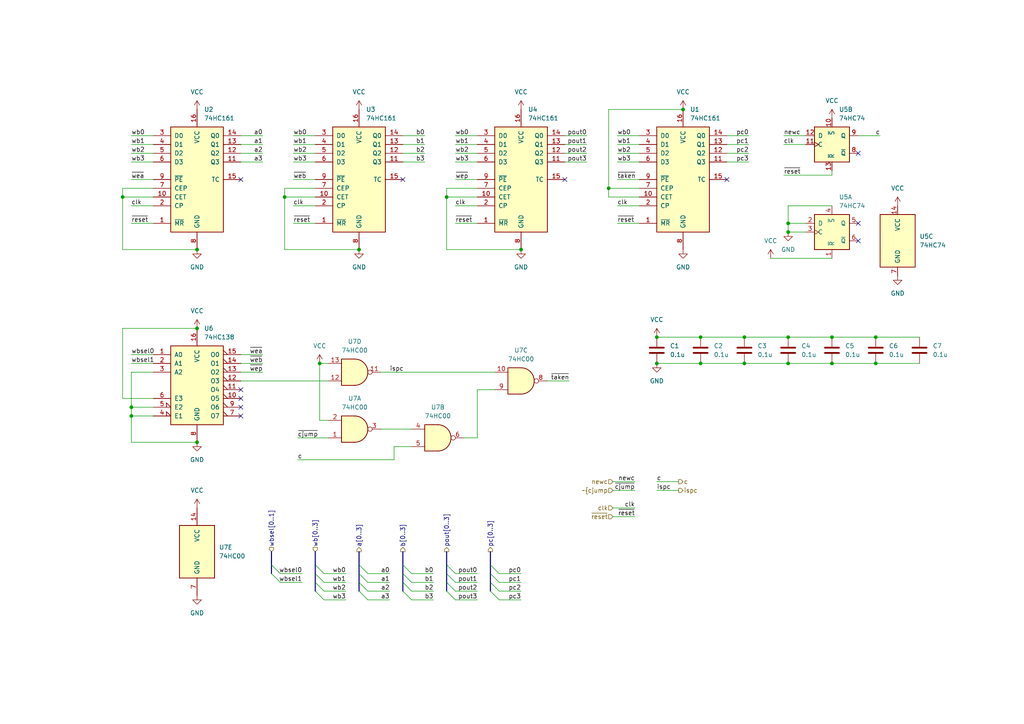
<source format=kicad_sch>
(kicad_sch (version 20211123) (generator eeschema)

  (uuid 143af108-e894-4533-9670-6a3cd17fe676)

  (paper "A4")

  (lib_symbols
    (symbol "74xx:74HC00" (pin_names (offset 1.016)) (in_bom yes) (on_board yes)
      (property "Reference" "U" (id 0) (at 0 1.27 0)
        (effects (font (size 1.27 1.27)))
      )
      (property "Value" "74HC00" (id 1) (at 0 -1.27 0)
        (effects (font (size 1.27 1.27)))
      )
      (property "Footprint" "" (id 2) (at 0 0 0)
        (effects (font (size 1.27 1.27)) hide)
      )
      (property "Datasheet" "http://www.ti.com/lit/gpn/sn74hc00" (id 3) (at 0 0 0)
        (effects (font (size 1.27 1.27)) hide)
      )
      (property "ki_locked" "" (id 4) (at 0 0 0)
        (effects (font (size 1.27 1.27)))
      )
      (property "ki_keywords" "HCMOS nand 2-input" (id 5) (at 0 0 0)
        (effects (font (size 1.27 1.27)) hide)
      )
      (property "ki_description" "quad 2-input NAND gate" (id 6) (at 0 0 0)
        (effects (font (size 1.27 1.27)) hide)
      )
      (property "ki_fp_filters" "DIP*W7.62mm* SO14*" (id 7) (at 0 0 0)
        (effects (font (size 1.27 1.27)) hide)
      )
      (symbol "74HC00_1_1"
        (arc (start 0 -3.81) (mid 3.81 0) (end 0 3.81)
          (stroke (width 0.254) (type default) (color 0 0 0 0))
          (fill (type background))
        )
        (polyline
          (pts
            (xy 0 3.81)
            (xy -3.81 3.81)
            (xy -3.81 -3.81)
            (xy 0 -3.81)
          )
          (stroke (width 0.254) (type default) (color 0 0 0 0))
          (fill (type background))
        )
        (pin input line (at -7.62 2.54 0) (length 3.81)
          (name "~" (effects (font (size 1.27 1.27))))
          (number "1" (effects (font (size 1.27 1.27))))
        )
        (pin input line (at -7.62 -2.54 0) (length 3.81)
          (name "~" (effects (font (size 1.27 1.27))))
          (number "2" (effects (font (size 1.27 1.27))))
        )
        (pin output inverted (at 7.62 0 180) (length 3.81)
          (name "~" (effects (font (size 1.27 1.27))))
          (number "3" (effects (font (size 1.27 1.27))))
        )
      )
      (symbol "74HC00_1_2"
        (arc (start -3.81 -3.81) (mid -2.589 0) (end -3.81 3.81)
          (stroke (width 0.254) (type default) (color 0 0 0 0))
          (fill (type none))
        )
        (arc (start -0.6096 -3.81) (mid 2.1855 -2.584) (end 3.81 0)
          (stroke (width 0.254) (type default) (color 0 0 0 0))
          (fill (type background))
        )
        (polyline
          (pts
            (xy -3.81 -3.81)
            (xy -0.635 -3.81)
          )
          (stroke (width 0.254) (type default) (color 0 0 0 0))
          (fill (type background))
        )
        (polyline
          (pts
            (xy -3.81 3.81)
            (xy -0.635 3.81)
          )
          (stroke (width 0.254) (type default) (color 0 0 0 0))
          (fill (type background))
        )
        (polyline
          (pts
            (xy -0.635 3.81)
            (xy -3.81 3.81)
            (xy -3.81 3.81)
            (xy -3.556 3.4036)
            (xy -3.0226 2.2606)
            (xy -2.6924 1.0414)
            (xy -2.6162 -0.254)
            (xy -2.7686 -1.4986)
            (xy -3.175 -2.7178)
            (xy -3.81 -3.81)
            (xy -3.81 -3.81)
            (xy -0.635 -3.81)
          )
          (stroke (width -25.4) (type default) (color 0 0 0 0))
          (fill (type background))
        )
        (arc (start 3.81 0) (mid 2.1928 2.5925) (end -0.6096 3.81)
          (stroke (width 0.254) (type default) (color 0 0 0 0))
          (fill (type background))
        )
        (pin input inverted (at -7.62 2.54 0) (length 4.318)
          (name "~" (effects (font (size 1.27 1.27))))
          (number "1" (effects (font (size 1.27 1.27))))
        )
        (pin input inverted (at -7.62 -2.54 0) (length 4.318)
          (name "~" (effects (font (size 1.27 1.27))))
          (number "2" (effects (font (size 1.27 1.27))))
        )
        (pin output line (at 7.62 0 180) (length 3.81)
          (name "~" (effects (font (size 1.27 1.27))))
          (number "3" (effects (font (size 1.27 1.27))))
        )
      )
      (symbol "74HC00_2_1"
        (arc (start 0 -3.81) (mid 3.81 0) (end 0 3.81)
          (stroke (width 0.254) (type default) (color 0 0 0 0))
          (fill (type background))
        )
        (polyline
          (pts
            (xy 0 3.81)
            (xy -3.81 3.81)
            (xy -3.81 -3.81)
            (xy 0 -3.81)
          )
          (stroke (width 0.254) (type default) (color 0 0 0 0))
          (fill (type background))
        )
        (pin input line (at -7.62 2.54 0) (length 3.81)
          (name "~" (effects (font (size 1.27 1.27))))
          (number "4" (effects (font (size 1.27 1.27))))
        )
        (pin input line (at -7.62 -2.54 0) (length 3.81)
          (name "~" (effects (font (size 1.27 1.27))))
          (number "5" (effects (font (size 1.27 1.27))))
        )
        (pin output inverted (at 7.62 0 180) (length 3.81)
          (name "~" (effects (font (size 1.27 1.27))))
          (number "6" (effects (font (size 1.27 1.27))))
        )
      )
      (symbol "74HC00_2_2"
        (arc (start -3.81 -3.81) (mid -2.589 0) (end -3.81 3.81)
          (stroke (width 0.254) (type default) (color 0 0 0 0))
          (fill (type none))
        )
        (arc (start -0.6096 -3.81) (mid 2.1855 -2.584) (end 3.81 0)
          (stroke (width 0.254) (type default) (color 0 0 0 0))
          (fill (type background))
        )
        (polyline
          (pts
            (xy -3.81 -3.81)
            (xy -0.635 -3.81)
          )
          (stroke (width 0.254) (type default) (color 0 0 0 0))
          (fill (type background))
        )
        (polyline
          (pts
            (xy -3.81 3.81)
            (xy -0.635 3.81)
          )
          (stroke (width 0.254) (type default) (color 0 0 0 0))
          (fill (type background))
        )
        (polyline
          (pts
            (xy -0.635 3.81)
            (xy -3.81 3.81)
            (xy -3.81 3.81)
            (xy -3.556 3.4036)
            (xy -3.0226 2.2606)
            (xy -2.6924 1.0414)
            (xy -2.6162 -0.254)
            (xy -2.7686 -1.4986)
            (xy -3.175 -2.7178)
            (xy -3.81 -3.81)
            (xy -3.81 -3.81)
            (xy -0.635 -3.81)
          )
          (stroke (width -25.4) (type default) (color 0 0 0 0))
          (fill (type background))
        )
        (arc (start 3.81 0) (mid 2.1928 2.5925) (end -0.6096 3.81)
          (stroke (width 0.254) (type default) (color 0 0 0 0))
          (fill (type background))
        )
        (pin input inverted (at -7.62 2.54 0) (length 4.318)
          (name "~" (effects (font (size 1.27 1.27))))
          (number "4" (effects (font (size 1.27 1.27))))
        )
        (pin input inverted (at -7.62 -2.54 0) (length 4.318)
          (name "~" (effects (font (size 1.27 1.27))))
          (number "5" (effects (font (size 1.27 1.27))))
        )
        (pin output line (at 7.62 0 180) (length 3.81)
          (name "~" (effects (font (size 1.27 1.27))))
          (number "6" (effects (font (size 1.27 1.27))))
        )
      )
      (symbol "74HC00_3_1"
        (arc (start 0 -3.81) (mid 3.81 0) (end 0 3.81)
          (stroke (width 0.254) (type default) (color 0 0 0 0))
          (fill (type background))
        )
        (polyline
          (pts
            (xy 0 3.81)
            (xy -3.81 3.81)
            (xy -3.81 -3.81)
            (xy 0 -3.81)
          )
          (stroke (width 0.254) (type default) (color 0 0 0 0))
          (fill (type background))
        )
        (pin input line (at -7.62 -2.54 0) (length 3.81)
          (name "~" (effects (font (size 1.27 1.27))))
          (number "10" (effects (font (size 1.27 1.27))))
        )
        (pin output inverted (at 7.62 0 180) (length 3.81)
          (name "~" (effects (font (size 1.27 1.27))))
          (number "8" (effects (font (size 1.27 1.27))))
        )
        (pin input line (at -7.62 2.54 0) (length 3.81)
          (name "~" (effects (font (size 1.27 1.27))))
          (number "9" (effects (font (size 1.27 1.27))))
        )
      )
      (symbol "74HC00_3_2"
        (arc (start -3.81 -3.81) (mid -2.589 0) (end -3.81 3.81)
          (stroke (width 0.254) (type default) (color 0 0 0 0))
          (fill (type none))
        )
        (arc (start -0.6096 -3.81) (mid 2.1855 -2.584) (end 3.81 0)
          (stroke (width 0.254) (type default) (color 0 0 0 0))
          (fill (type background))
        )
        (polyline
          (pts
            (xy -3.81 -3.81)
            (xy -0.635 -3.81)
          )
          (stroke (width 0.254) (type default) (color 0 0 0 0))
          (fill (type background))
        )
        (polyline
          (pts
            (xy -3.81 3.81)
            (xy -0.635 3.81)
          )
          (stroke (width 0.254) (type default) (color 0 0 0 0))
          (fill (type background))
        )
        (polyline
          (pts
            (xy -0.635 3.81)
            (xy -3.81 3.81)
            (xy -3.81 3.81)
            (xy -3.556 3.4036)
            (xy -3.0226 2.2606)
            (xy -2.6924 1.0414)
            (xy -2.6162 -0.254)
            (xy -2.7686 -1.4986)
            (xy -3.175 -2.7178)
            (xy -3.81 -3.81)
            (xy -3.81 -3.81)
            (xy -0.635 -3.81)
          )
          (stroke (width -25.4) (type default) (color 0 0 0 0))
          (fill (type background))
        )
        (arc (start 3.81 0) (mid 2.1928 2.5925) (end -0.6096 3.81)
          (stroke (width 0.254) (type default) (color 0 0 0 0))
          (fill (type background))
        )
        (pin input inverted (at -7.62 -2.54 0) (length 4.318)
          (name "~" (effects (font (size 1.27 1.27))))
          (number "10" (effects (font (size 1.27 1.27))))
        )
        (pin output line (at 7.62 0 180) (length 3.81)
          (name "~" (effects (font (size 1.27 1.27))))
          (number "8" (effects (font (size 1.27 1.27))))
        )
        (pin input inverted (at -7.62 2.54 0) (length 4.318)
          (name "~" (effects (font (size 1.27 1.27))))
          (number "9" (effects (font (size 1.27 1.27))))
        )
      )
      (symbol "74HC00_4_1"
        (arc (start 0 -3.81) (mid 3.81 0) (end 0 3.81)
          (stroke (width 0.254) (type default) (color 0 0 0 0))
          (fill (type background))
        )
        (polyline
          (pts
            (xy 0 3.81)
            (xy -3.81 3.81)
            (xy -3.81 -3.81)
            (xy 0 -3.81)
          )
          (stroke (width 0.254) (type default) (color 0 0 0 0))
          (fill (type background))
        )
        (pin output inverted (at 7.62 0 180) (length 3.81)
          (name "~" (effects (font (size 1.27 1.27))))
          (number "11" (effects (font (size 1.27 1.27))))
        )
        (pin input line (at -7.62 2.54 0) (length 3.81)
          (name "~" (effects (font (size 1.27 1.27))))
          (number "12" (effects (font (size 1.27 1.27))))
        )
        (pin input line (at -7.62 -2.54 0) (length 3.81)
          (name "~" (effects (font (size 1.27 1.27))))
          (number "13" (effects (font (size 1.27 1.27))))
        )
      )
      (symbol "74HC00_4_2"
        (arc (start -3.81 -3.81) (mid -2.589 0) (end -3.81 3.81)
          (stroke (width 0.254) (type default) (color 0 0 0 0))
          (fill (type none))
        )
        (arc (start -0.6096 -3.81) (mid 2.1855 -2.584) (end 3.81 0)
          (stroke (width 0.254) (type default) (color 0 0 0 0))
          (fill (type background))
        )
        (polyline
          (pts
            (xy -3.81 -3.81)
            (xy -0.635 -3.81)
          )
          (stroke (width 0.254) (type default) (color 0 0 0 0))
          (fill (type background))
        )
        (polyline
          (pts
            (xy -3.81 3.81)
            (xy -0.635 3.81)
          )
          (stroke (width 0.254) (type default) (color 0 0 0 0))
          (fill (type background))
        )
        (polyline
          (pts
            (xy -0.635 3.81)
            (xy -3.81 3.81)
            (xy -3.81 3.81)
            (xy -3.556 3.4036)
            (xy -3.0226 2.2606)
            (xy -2.6924 1.0414)
            (xy -2.6162 -0.254)
            (xy -2.7686 -1.4986)
            (xy -3.175 -2.7178)
            (xy -3.81 -3.81)
            (xy -3.81 -3.81)
            (xy -0.635 -3.81)
          )
          (stroke (width -25.4) (type default) (color 0 0 0 0))
          (fill (type background))
        )
        (arc (start 3.81 0) (mid 2.1928 2.5925) (end -0.6096 3.81)
          (stroke (width 0.254) (type default) (color 0 0 0 0))
          (fill (type background))
        )
        (pin output line (at 7.62 0 180) (length 3.81)
          (name "~" (effects (font (size 1.27 1.27))))
          (number "11" (effects (font (size 1.27 1.27))))
        )
        (pin input inverted (at -7.62 2.54 0) (length 4.318)
          (name "~" (effects (font (size 1.27 1.27))))
          (number "12" (effects (font (size 1.27 1.27))))
        )
        (pin input inverted (at -7.62 -2.54 0) (length 4.318)
          (name "~" (effects (font (size 1.27 1.27))))
          (number "13" (effects (font (size 1.27 1.27))))
        )
      )
      (symbol "74HC00_5_0"
        (pin power_in line (at 0 12.7 270) (length 5.08)
          (name "VCC" (effects (font (size 1.27 1.27))))
          (number "14" (effects (font (size 1.27 1.27))))
        )
        (pin power_in line (at 0 -12.7 90) (length 5.08)
          (name "GND" (effects (font (size 1.27 1.27))))
          (number "7" (effects (font (size 1.27 1.27))))
        )
      )
      (symbol "74HC00_5_1"
        (rectangle (start -5.08 7.62) (end 5.08 -7.62)
          (stroke (width 0.254) (type default) (color 0 0 0 0))
          (fill (type background))
        )
      )
    )
    (symbol "74xx:74HC74" (pin_names (offset 1.016)) (in_bom yes) (on_board yes)
      (property "Reference" "U" (id 0) (at -7.62 8.89 0)
        (effects (font (size 1.27 1.27)))
      )
      (property "Value" "74HC74" (id 1) (at -7.62 -8.89 0)
        (effects (font (size 1.27 1.27)))
      )
      (property "Footprint" "" (id 2) (at 0 0 0)
        (effects (font (size 1.27 1.27)) hide)
      )
      (property "Datasheet" "74xx/74hc_hct74.pdf" (id 3) (at 0 0 0)
        (effects (font (size 1.27 1.27)) hide)
      )
      (property "ki_locked" "" (id 4) (at 0 0 0)
        (effects (font (size 1.27 1.27)))
      )
      (property "ki_keywords" "TTL DFF" (id 5) (at 0 0 0)
        (effects (font (size 1.27 1.27)) hide)
      )
      (property "ki_description" "Dual D Flip-flop, Set & Reset" (id 6) (at 0 0 0)
        (effects (font (size 1.27 1.27)) hide)
      )
      (property "ki_fp_filters" "DIP*W7.62mm*" (id 7) (at 0 0 0)
        (effects (font (size 1.27 1.27)) hide)
      )
      (symbol "74HC74_1_0"
        (pin input line (at 0 -7.62 90) (length 2.54)
          (name "~{R}" (effects (font (size 1.27 1.27))))
          (number "1" (effects (font (size 1.27 1.27))))
        )
        (pin input line (at -7.62 2.54 0) (length 2.54)
          (name "D" (effects (font (size 1.27 1.27))))
          (number "2" (effects (font (size 1.27 1.27))))
        )
        (pin input clock (at -7.62 0 0) (length 2.54)
          (name "C" (effects (font (size 1.27 1.27))))
          (number "3" (effects (font (size 1.27 1.27))))
        )
        (pin input line (at 0 7.62 270) (length 2.54)
          (name "~{S}" (effects (font (size 1.27 1.27))))
          (number "4" (effects (font (size 1.27 1.27))))
        )
        (pin output line (at 7.62 2.54 180) (length 2.54)
          (name "Q" (effects (font (size 1.27 1.27))))
          (number "5" (effects (font (size 1.27 1.27))))
        )
        (pin output line (at 7.62 -2.54 180) (length 2.54)
          (name "~{Q}" (effects (font (size 1.27 1.27))))
          (number "6" (effects (font (size 1.27 1.27))))
        )
      )
      (symbol "74HC74_1_1"
        (rectangle (start -5.08 5.08) (end 5.08 -5.08)
          (stroke (width 0.254) (type default) (color 0 0 0 0))
          (fill (type background))
        )
      )
      (symbol "74HC74_2_0"
        (pin input line (at 0 7.62 270) (length 2.54)
          (name "~{S}" (effects (font (size 1.27 1.27))))
          (number "10" (effects (font (size 1.27 1.27))))
        )
        (pin input clock (at -7.62 0 0) (length 2.54)
          (name "C" (effects (font (size 1.27 1.27))))
          (number "11" (effects (font (size 1.27 1.27))))
        )
        (pin input line (at -7.62 2.54 0) (length 2.54)
          (name "D" (effects (font (size 1.27 1.27))))
          (number "12" (effects (font (size 1.27 1.27))))
        )
        (pin input line (at 0 -7.62 90) (length 2.54)
          (name "~{R}" (effects (font (size 1.27 1.27))))
          (number "13" (effects (font (size 1.27 1.27))))
        )
        (pin output line (at 7.62 -2.54 180) (length 2.54)
          (name "~{Q}" (effects (font (size 1.27 1.27))))
          (number "8" (effects (font (size 1.27 1.27))))
        )
        (pin output line (at 7.62 2.54 180) (length 2.54)
          (name "Q" (effects (font (size 1.27 1.27))))
          (number "9" (effects (font (size 1.27 1.27))))
        )
      )
      (symbol "74HC74_2_1"
        (rectangle (start -5.08 5.08) (end 5.08 -5.08)
          (stroke (width 0.254) (type default) (color 0 0 0 0))
          (fill (type background))
        )
      )
      (symbol "74HC74_3_0"
        (pin power_in line (at 0 10.16 270) (length 2.54)
          (name "VCC" (effects (font (size 1.27 1.27))))
          (number "14" (effects (font (size 1.27 1.27))))
        )
        (pin power_in line (at 0 -10.16 90) (length 2.54)
          (name "GND" (effects (font (size 1.27 1.27))))
          (number "7" (effects (font (size 1.27 1.27))))
        )
      )
      (symbol "74HC74_3_1"
        (rectangle (start -5.08 7.62) (end 5.08 -7.62)
          (stroke (width 0.254) (type default) (color 0 0 0 0))
          (fill (type background))
        )
      )
    )
    (symbol "74xx:74LS138" (pin_names (offset 1.016)) (in_bom yes) (on_board yes)
      (property "Reference" "U" (id 0) (at -7.62 11.43 0)
        (effects (font (size 1.27 1.27)))
      )
      (property "Value" "74LS138" (id 1) (at -7.62 -13.97 0)
        (effects (font (size 1.27 1.27)))
      )
      (property "Footprint" "" (id 2) (at 0 0 0)
        (effects (font (size 1.27 1.27)) hide)
      )
      (property "Datasheet" "http://www.ti.com/lit/gpn/sn74LS138" (id 3) (at 0 0 0)
        (effects (font (size 1.27 1.27)) hide)
      )
      (property "ki_locked" "" (id 4) (at 0 0 0)
        (effects (font (size 1.27 1.27)))
      )
      (property "ki_keywords" "TTL DECOD DECOD8" (id 5) (at 0 0 0)
        (effects (font (size 1.27 1.27)) hide)
      )
      (property "ki_description" "Decoder 3 to 8 active low outputs" (id 6) (at 0 0 0)
        (effects (font (size 1.27 1.27)) hide)
      )
      (property "ki_fp_filters" "DIP?16*" (id 7) (at 0 0 0)
        (effects (font (size 1.27 1.27)) hide)
      )
      (symbol "74LS138_1_0"
        (pin input line (at -12.7 7.62 0) (length 5.08)
          (name "A0" (effects (font (size 1.27 1.27))))
          (number "1" (effects (font (size 1.27 1.27))))
        )
        (pin output output_low (at 12.7 -5.08 180) (length 5.08)
          (name "O5" (effects (font (size 1.27 1.27))))
          (number "10" (effects (font (size 1.27 1.27))))
        )
        (pin output output_low (at 12.7 -2.54 180) (length 5.08)
          (name "O4" (effects (font (size 1.27 1.27))))
          (number "11" (effects (font (size 1.27 1.27))))
        )
        (pin output output_low (at 12.7 0 180) (length 5.08)
          (name "O3" (effects (font (size 1.27 1.27))))
          (number "12" (effects (font (size 1.27 1.27))))
        )
        (pin output output_low (at 12.7 2.54 180) (length 5.08)
          (name "O2" (effects (font (size 1.27 1.27))))
          (number "13" (effects (font (size 1.27 1.27))))
        )
        (pin output output_low (at 12.7 5.08 180) (length 5.08)
          (name "O1" (effects (font (size 1.27 1.27))))
          (number "14" (effects (font (size 1.27 1.27))))
        )
        (pin output output_low (at 12.7 7.62 180) (length 5.08)
          (name "O0" (effects (font (size 1.27 1.27))))
          (number "15" (effects (font (size 1.27 1.27))))
        )
        (pin power_in line (at 0 15.24 270) (length 5.08)
          (name "VCC" (effects (font (size 1.27 1.27))))
          (number "16" (effects (font (size 1.27 1.27))))
        )
        (pin input line (at -12.7 5.08 0) (length 5.08)
          (name "A1" (effects (font (size 1.27 1.27))))
          (number "2" (effects (font (size 1.27 1.27))))
        )
        (pin input line (at -12.7 2.54 0) (length 5.08)
          (name "A2" (effects (font (size 1.27 1.27))))
          (number "3" (effects (font (size 1.27 1.27))))
        )
        (pin input input_low (at -12.7 -10.16 0) (length 5.08)
          (name "E1" (effects (font (size 1.27 1.27))))
          (number "4" (effects (font (size 1.27 1.27))))
        )
        (pin input input_low (at -12.7 -7.62 0) (length 5.08)
          (name "E2" (effects (font (size 1.27 1.27))))
          (number "5" (effects (font (size 1.27 1.27))))
        )
        (pin input line (at -12.7 -5.08 0) (length 5.08)
          (name "E3" (effects (font (size 1.27 1.27))))
          (number "6" (effects (font (size 1.27 1.27))))
        )
        (pin output output_low (at 12.7 -10.16 180) (length 5.08)
          (name "O7" (effects (font (size 1.27 1.27))))
          (number "7" (effects (font (size 1.27 1.27))))
        )
        (pin power_in line (at 0 -17.78 90) (length 5.08)
          (name "GND" (effects (font (size 1.27 1.27))))
          (number "8" (effects (font (size 1.27 1.27))))
        )
        (pin output output_low (at 12.7 -7.62 180) (length 5.08)
          (name "O6" (effects (font (size 1.27 1.27))))
          (number "9" (effects (font (size 1.27 1.27))))
        )
      )
      (symbol "74LS138_1_1"
        (rectangle (start -7.62 10.16) (end 7.62 -12.7)
          (stroke (width 0.254) (type default) (color 0 0 0 0))
          (fill (type background))
        )
      )
    )
    (symbol "74xx:74LS161" (pin_names (offset 1.016)) (in_bom yes) (on_board yes)
      (property "Reference" "U" (id 0) (at -7.62 16.51 0)
        (effects (font (size 1.27 1.27)))
      )
      (property "Value" "74LS161" (id 1) (at -7.62 -16.51 0)
        (effects (font (size 1.27 1.27)))
      )
      (property "Footprint" "" (id 2) (at 0 0 0)
        (effects (font (size 1.27 1.27)) hide)
      )
      (property "Datasheet" "http://www.ti.com/lit/gpn/sn74LS161" (id 3) (at 0 0 0)
        (effects (font (size 1.27 1.27)) hide)
      )
      (property "ki_locked" "" (id 4) (at 0 0 0)
        (effects (font (size 1.27 1.27)))
      )
      (property "ki_keywords" "TTL CNT CNT4" (id 5) (at 0 0 0)
        (effects (font (size 1.27 1.27)) hide)
      )
      (property "ki_description" "Synchronous 4-bit programmable binary Counter" (id 6) (at 0 0 0)
        (effects (font (size 1.27 1.27)) hide)
      )
      (property "ki_fp_filters" "DIP?16*" (id 7) (at 0 0 0)
        (effects (font (size 1.27 1.27)) hide)
      )
      (symbol "74LS161_1_0"
        (pin input line (at -12.7 -12.7 0) (length 5.08)
          (name "~{MR}" (effects (font (size 1.27 1.27))))
          (number "1" (effects (font (size 1.27 1.27))))
        )
        (pin input line (at -12.7 -5.08 0) (length 5.08)
          (name "CET" (effects (font (size 1.27 1.27))))
          (number "10" (effects (font (size 1.27 1.27))))
        )
        (pin output line (at 12.7 5.08 180) (length 5.08)
          (name "Q3" (effects (font (size 1.27 1.27))))
          (number "11" (effects (font (size 1.27 1.27))))
        )
        (pin output line (at 12.7 7.62 180) (length 5.08)
          (name "Q2" (effects (font (size 1.27 1.27))))
          (number "12" (effects (font (size 1.27 1.27))))
        )
        (pin output line (at 12.7 10.16 180) (length 5.08)
          (name "Q1" (effects (font (size 1.27 1.27))))
          (number "13" (effects (font (size 1.27 1.27))))
        )
        (pin output line (at 12.7 12.7 180) (length 5.08)
          (name "Q0" (effects (font (size 1.27 1.27))))
          (number "14" (effects (font (size 1.27 1.27))))
        )
        (pin output line (at 12.7 0 180) (length 5.08)
          (name "TC" (effects (font (size 1.27 1.27))))
          (number "15" (effects (font (size 1.27 1.27))))
        )
        (pin power_in line (at 0 20.32 270) (length 5.08)
          (name "VCC" (effects (font (size 1.27 1.27))))
          (number "16" (effects (font (size 1.27 1.27))))
        )
        (pin input line (at -12.7 -7.62 0) (length 5.08)
          (name "CP" (effects (font (size 1.27 1.27))))
          (number "2" (effects (font (size 1.27 1.27))))
        )
        (pin input line (at -12.7 12.7 0) (length 5.08)
          (name "D0" (effects (font (size 1.27 1.27))))
          (number "3" (effects (font (size 1.27 1.27))))
        )
        (pin input line (at -12.7 10.16 0) (length 5.08)
          (name "D1" (effects (font (size 1.27 1.27))))
          (number "4" (effects (font (size 1.27 1.27))))
        )
        (pin input line (at -12.7 7.62 0) (length 5.08)
          (name "D2" (effects (font (size 1.27 1.27))))
          (number "5" (effects (font (size 1.27 1.27))))
        )
        (pin input line (at -12.7 5.08 0) (length 5.08)
          (name "D3" (effects (font (size 1.27 1.27))))
          (number "6" (effects (font (size 1.27 1.27))))
        )
        (pin input line (at -12.7 -2.54 0) (length 5.08)
          (name "CEP" (effects (font (size 1.27 1.27))))
          (number "7" (effects (font (size 1.27 1.27))))
        )
        (pin power_in line (at 0 -20.32 90) (length 5.08)
          (name "GND" (effects (font (size 1.27 1.27))))
          (number "8" (effects (font (size 1.27 1.27))))
        )
        (pin input line (at -12.7 0 0) (length 5.08)
          (name "~{PE}" (effects (font (size 1.27 1.27))))
          (number "9" (effects (font (size 1.27 1.27))))
        )
      )
      (symbol "74LS161_1_1"
        (rectangle (start -7.62 15.24) (end 7.62 -15.24)
          (stroke (width 0.254) (type default) (color 0 0 0 0))
          (fill (type background))
        )
      )
    )
    (symbol "Device:C" (pin_numbers hide) (pin_names (offset 0.254)) (in_bom yes) (on_board yes)
      (property "Reference" "C" (id 0) (at 0.635 2.54 0)
        (effects (font (size 1.27 1.27)) (justify left))
      )
      (property "Value" "C" (id 1) (at 0.635 -2.54 0)
        (effects (font (size 1.27 1.27)) (justify left))
      )
      (property "Footprint" "" (id 2) (at 0.9652 -3.81 0)
        (effects (font (size 1.27 1.27)) hide)
      )
      (property "Datasheet" "~" (id 3) (at 0 0 0)
        (effects (font (size 1.27 1.27)) hide)
      )
      (property "ki_keywords" "cap capacitor" (id 4) (at 0 0 0)
        (effects (font (size 1.27 1.27)) hide)
      )
      (property "ki_description" "Unpolarized capacitor" (id 5) (at 0 0 0)
        (effects (font (size 1.27 1.27)) hide)
      )
      (property "ki_fp_filters" "C_*" (id 6) (at 0 0 0)
        (effects (font (size 1.27 1.27)) hide)
      )
      (symbol "C_0_1"
        (polyline
          (pts
            (xy -2.032 -0.762)
            (xy 2.032 -0.762)
          )
          (stroke (width 0.508) (type default) (color 0 0 0 0))
          (fill (type none))
        )
        (polyline
          (pts
            (xy -2.032 0.762)
            (xy 2.032 0.762)
          )
          (stroke (width 0.508) (type default) (color 0 0 0 0))
          (fill (type none))
        )
      )
      (symbol "C_1_1"
        (pin passive line (at 0 3.81 270) (length 2.794)
          (name "~" (effects (font (size 1.27 1.27))))
          (number "1" (effects (font (size 1.27 1.27))))
        )
        (pin passive line (at 0 -3.81 90) (length 2.794)
          (name "~" (effects (font (size 1.27 1.27))))
          (number "2" (effects (font (size 1.27 1.27))))
        )
      )
    )
    (symbol "power:GND" (power) (pin_names (offset 0)) (in_bom yes) (on_board yes)
      (property "Reference" "#PWR" (id 0) (at 0 -6.35 0)
        (effects (font (size 1.27 1.27)) hide)
      )
      (property "Value" "GND" (id 1) (at 0 -3.81 0)
        (effects (font (size 1.27 1.27)))
      )
      (property "Footprint" "" (id 2) (at 0 0 0)
        (effects (font (size 1.27 1.27)) hide)
      )
      (property "Datasheet" "" (id 3) (at 0 0 0)
        (effects (font (size 1.27 1.27)) hide)
      )
      (property "ki_keywords" "power-flag" (id 4) (at 0 0 0)
        (effects (font (size 1.27 1.27)) hide)
      )
      (property "ki_description" "Power symbol creates a global label with name \"GND\" , ground" (id 5) (at 0 0 0)
        (effects (font (size 1.27 1.27)) hide)
      )
      (symbol "GND_0_1"
        (polyline
          (pts
            (xy 0 0)
            (xy 0 -1.27)
            (xy 1.27 -1.27)
            (xy 0 -2.54)
            (xy -1.27 -1.27)
            (xy 0 -1.27)
          )
          (stroke (width 0) (type default) (color 0 0 0 0))
          (fill (type none))
        )
      )
      (symbol "GND_1_1"
        (pin power_in line (at 0 0 270) (length 0) hide
          (name "GND" (effects (font (size 1.27 1.27))))
          (number "1" (effects (font (size 1.27 1.27))))
        )
      )
    )
    (symbol "power:VCC" (power) (pin_names (offset 0)) (in_bom yes) (on_board yes)
      (property "Reference" "#PWR" (id 0) (at 0 -3.81 0)
        (effects (font (size 1.27 1.27)) hide)
      )
      (property "Value" "VCC" (id 1) (at 0 3.81 0)
        (effects (font (size 1.27 1.27)))
      )
      (property "Footprint" "" (id 2) (at 0 0 0)
        (effects (font (size 1.27 1.27)) hide)
      )
      (property "Datasheet" "" (id 3) (at 0 0 0)
        (effects (font (size 1.27 1.27)) hide)
      )
      (property "ki_keywords" "power-flag" (id 4) (at 0 0 0)
        (effects (font (size 1.27 1.27)) hide)
      )
      (property "ki_description" "Power symbol creates a global label with name \"VCC\"" (id 5) (at 0 0 0)
        (effects (font (size 1.27 1.27)) hide)
      )
      (symbol "VCC_0_1"
        (polyline
          (pts
            (xy -0.762 1.27)
            (xy 0 2.54)
          )
          (stroke (width 0) (type default) (color 0 0 0 0))
          (fill (type none))
        )
        (polyline
          (pts
            (xy 0 0)
            (xy 0 2.54)
          )
          (stroke (width 0) (type default) (color 0 0 0 0))
          (fill (type none))
        )
        (polyline
          (pts
            (xy 0 2.54)
            (xy 0.762 1.27)
          )
          (stroke (width 0) (type default) (color 0 0 0 0))
          (fill (type none))
        )
      )
      (symbol "VCC_1_1"
        (pin power_in line (at 0 0 90) (length 0) hide
          (name "VCC" (effects (font (size 1.27 1.27))))
          (number "1" (effects (font (size 1.27 1.27))))
        )
      )
    )
  )

  (junction (at 190.5 105.41) (diameter 0) (color 0 0 0 0)
    (uuid 02a8ed20-e37a-492c-bc05-c897f5a6f5e4)
  )
  (junction (at 104.14 72.39) (diameter 0) (color 0 0 0 0)
    (uuid 04716e28-b448-4bbc-84db-2e42d62805e1)
  )
  (junction (at 57.15 128.27) (diameter 0) (color 0 0 0 0)
    (uuid 09f09466-6712-4233-a300-fcf84db848cd)
  )
  (junction (at 176.53 54.61) (diameter 0) (color 0 0 0 0)
    (uuid 0a7a8bb0-f6dc-416b-b23f-614117b1ede8)
  )
  (junction (at 38.1 118.11) (diameter 0) (color 0 0 0 0)
    (uuid 28479d45-749b-4932-a32c-a21b0895de19)
  )
  (junction (at 151.13 72.39) (diameter 0) (color 0 0 0 0)
    (uuid 4a7a38a2-fdda-4b9d-95b9-d9d3ea49fcda)
  )
  (junction (at 203.2 97.79) (diameter 0) (color 0 0 0 0)
    (uuid 52c62094-2a78-4dd4-ab56-1b64621a817f)
  )
  (junction (at 203.2 105.41) (diameter 0) (color 0 0 0 0)
    (uuid 5b57a521-6578-45ea-9523-98acae93915d)
  )
  (junction (at 228.6 97.79) (diameter 0) (color 0 0 0 0)
    (uuid 64cbb22d-811f-43c6-8392-d57a9fab72c3)
  )
  (junction (at 254 97.79) (diameter 0) (color 0 0 0 0)
    (uuid 6f50891c-b616-4f93-b3d1-384d555518f5)
  )
  (junction (at 215.9 97.79) (diameter 0) (color 0 0 0 0)
    (uuid 7041608b-cd4a-4f57-8cd5-5ab7e5b0a3b5)
  )
  (junction (at 215.9 105.41) (diameter 0) (color 0 0 0 0)
    (uuid 81b8c948-01c9-49c7-ab08-b1f1562dfdd6)
  )
  (junction (at 228.6 105.41) (diameter 0) (color 0 0 0 0)
    (uuid 8d304708-09c0-4f1a-8b61-3e43695c42f6)
  )
  (junction (at 57.15 72.39) (diameter 0) (color 0 0 0 0)
    (uuid 93a7a9c6-c7f1-4d76-9570-7b5900e2420f)
  )
  (junction (at 190.5 97.79) (diameter 0) (color 0 0 0 0)
    (uuid 989c3775-73c3-4a05-a995-6292958cb057)
  )
  (junction (at 35.56 57.15) (diameter 0) (color 0 0 0 0)
    (uuid a3b04b9e-f72c-4a82-a604-fbeaca93b52b)
  )
  (junction (at 254 105.41) (diameter 0) (color 0 0 0 0)
    (uuid b06d2393-cac6-45b2-ac4d-2569ef6ba7d9)
  )
  (junction (at 92.71 105.41) (diameter 0) (color 0 0 0 0)
    (uuid c3c37b53-1464-48ec-bd8d-9f971dcd4e1c)
  )
  (junction (at 241.3 97.79) (diameter 0) (color 0 0 0 0)
    (uuid c411edc4-4709-4a2d-9880-cce770dda3d6)
  )
  (junction (at 129.54 57.15) (diameter 0) (color 0 0 0 0)
    (uuid c70e9131-d872-475c-8779-cbec80776c00)
  )
  (junction (at 228.6 64.77) (diameter 0) (color 0 0 0 0)
    (uuid c76eb757-cf9c-446a-8832-38bdab1744f1)
  )
  (junction (at 38.1 120.65) (diameter 0) (color 0 0 0 0)
    (uuid ca0b79c9-3f76-4fc9-81c0-0b670a6c2103)
  )
  (junction (at 82.55 57.15) (diameter 0) (color 0 0 0 0)
    (uuid d920fb5c-3267-4ba9-8de4-19d7cfd18ae9)
  )
  (junction (at 57.15 95.25) (diameter 0) (color 0 0 0 0)
    (uuid de7e3d9e-a1a0-4765-9ae6-53c8a91e53d4)
  )
  (junction (at 241.3 105.41) (diameter 0) (color 0 0 0 0)
    (uuid e2490e9e-d40f-4515-9fc8-73c56ac41bd7)
  )
  (junction (at 228.6 67.31) (diameter 0) (color 0 0 0 0)
    (uuid e6ff4646-8050-494c-abed-f7ae76cfb62b)
  )
  (junction (at 198.12 31.75) (diameter 0) (color 0 0 0 0)
    (uuid f4bfafb9-999f-435d-93eb-e08729118d95)
  )

  (no_connect (at 69.85 113.03) (uuid 4f1e6990-49c4-432a-b781-f242ac7a4fbe))
  (no_connect (at 69.85 115.57) (uuid 4f1e6990-49c4-432a-b781-f242ac7a4fbf))
  (no_connect (at 69.85 118.11) (uuid 4f1e6990-49c4-432a-b781-f242ac7a4fc0))
  (no_connect (at 69.85 120.65) (uuid 4f1e6990-49c4-432a-b781-f242ac7a4fc1))
  (no_connect (at 163.83 52.07) (uuid 81d78d50-6f93-48dd-9a37-20dc96af2e2a))
  (no_connect (at 116.84 52.07) (uuid 90f1e464-29eb-4d7a-a9c8-9010b60a85c1))
  (no_connect (at 210.82 52.07) (uuid c23acfed-8c67-4be9-8f8a-a68ef68049ca))
  (no_connect (at 248.92 44.45) (uuid da0b3001-9212-433a-9f6c-2fff916703e0))
  (no_connect (at 248.92 64.77) (uuid da0b3001-9212-433a-9f6c-2fff916703e1))
  (no_connect (at 248.92 69.85) (uuid da0b3001-9212-433a-9f6c-2fff916703e2))
  (no_connect (at 69.85 52.07) (uuid fe5bd039-04a4-488e-8e40-93f11502f49f))

  (bus_entry (at 116.84 171.45) (size 2.54 2.54)
    (stroke (width 0) (type default) (color 0 0 0 0))
    (uuid 0559b4f8-982a-44ca-98e7-47d1071073ce)
  )
  (bus_entry (at 129.54 163.83) (size 2.54 2.54)
    (stroke (width 0) (type default) (color 0 0 0 0))
    (uuid 226f0363-bfb9-4af2-9ac0-069214cbc1cb)
  )
  (bus_entry (at 104.14 168.91) (size 2.54 2.54)
    (stroke (width 0) (type default) (color 0 0 0 0))
    (uuid 229dc5d1-bec8-4d39-baf8-4d7c2e963aa0)
  )
  (bus_entry (at 142.24 171.45) (size 2.54 2.54)
    (stroke (width 0) (type default) (color 0 0 0 0))
    (uuid 2656bc76-57f9-4603-8b2c-eb0190bed64d)
  )
  (bus_entry (at 91.44 171.45) (size 2.54 2.54)
    (stroke (width 0) (type default) (color 0 0 0 0))
    (uuid 27940b8e-3b58-4459-9613-86665e454939)
  )
  (bus_entry (at 142.24 163.83) (size 2.54 2.54)
    (stroke (width 0) (type default) (color 0 0 0 0))
    (uuid 3b52bbe1-8247-40fa-941d-aec2744d4640)
  )
  (bus_entry (at 142.24 168.91) (size 2.54 2.54)
    (stroke (width 0) (type default) (color 0 0 0 0))
    (uuid 44976f4f-124e-4d90-b685-da91df7c65bc)
  )
  (bus_entry (at 116.84 168.91) (size 2.54 2.54)
    (stroke (width 0) (type default) (color 0 0 0 0))
    (uuid 44a9e311-c5bd-47db-b95e-4d511dec2685)
  )
  (bus_entry (at 91.44 163.83) (size 2.54 2.54)
    (stroke (width 0) (type default) (color 0 0 0 0))
    (uuid 4ca58826-6733-43c2-bc6c-04296f794e50)
  )
  (bus_entry (at 104.14 163.83) (size 2.54 2.54)
    (stroke (width 0) (type default) (color 0 0 0 0))
    (uuid 52e12011-0a99-4e20-9e0d-d0405fcfff1e)
  )
  (bus_entry (at 129.54 166.37) (size 2.54 2.54)
    (stroke (width 0) (type default) (color 0 0 0 0))
    (uuid 53120743-1b95-45a5-bdbe-107f2de4c00c)
  )
  (bus_entry (at 78.74 166.37) (size 2.54 2.54)
    (stroke (width 0) (type default) (color 0 0 0 0))
    (uuid 61ea6551-3281-4850-9433-967fef77288e)
  )
  (bus_entry (at 129.54 171.45) (size 2.54 2.54)
    (stroke (width 0) (type default) (color 0 0 0 0))
    (uuid 63b88c63-f7e7-49e8-a1df-fe5c8a1f11e9)
  )
  (bus_entry (at 78.74 163.83) (size 2.54 2.54)
    (stroke (width 0) (type default) (color 0 0 0 0))
    (uuid 694d235a-74b1-4b12-a596-e0fbf61f24e7)
  )
  (bus_entry (at 91.44 168.91) (size 2.54 2.54)
    (stroke (width 0) (type default) (color 0 0 0 0))
    (uuid 89d700f9-a5e9-43b5-affc-41786df8fa32)
  )
  (bus_entry (at 104.14 171.45) (size 2.54 2.54)
    (stroke (width 0) (type default) (color 0 0 0 0))
    (uuid 8d98af57-c235-4d3d-9879-db6163f7cca6)
  )
  (bus_entry (at 104.14 166.37) (size 2.54 2.54)
    (stroke (width 0) (type default) (color 0 0 0 0))
    (uuid addac6cb-552a-461e-a255-c284285ed3cd)
  )
  (bus_entry (at 116.84 163.83) (size 2.54 2.54)
    (stroke (width 0) (type default) (color 0 0 0 0))
    (uuid b21a2739-aa4e-4a4e-92ae-ef1c9433788e)
  )
  (bus_entry (at 116.84 166.37) (size 2.54 2.54)
    (stroke (width 0) (type default) (color 0 0 0 0))
    (uuid b41fc03a-360c-474c-b631-2fa59bce4aa7)
  )
  (bus_entry (at 91.44 166.37) (size 2.54 2.54)
    (stroke (width 0) (type default) (color 0 0 0 0))
    (uuid ba3de27d-3842-463b-92eb-f9db8d1bd953)
  )
  (bus_entry (at 129.54 168.91) (size 2.54 2.54)
    (stroke (width 0) (type default) (color 0 0 0 0))
    (uuid c0b47f03-7cfe-4bdc-bb08-c7f7c67dc625)
  )
  (bus_entry (at 142.24 166.37) (size 2.54 2.54)
    (stroke (width 0) (type default) (color 0 0 0 0))
    (uuid e959d04a-7627-49fb-b345-ceb864d1902d)
  )

  (wire (pts (xy 179.07 64.77) (xy 185.42 64.77))
    (stroke (width 0) (type default) (color 0 0 0 0))
    (uuid 00224567-84aa-4856-ad77-1978a7a3d6a1)
  )
  (wire (pts (xy 129.54 57.15) (xy 129.54 72.39))
    (stroke (width 0) (type default) (color 0 0 0 0))
    (uuid 006d7041-b43d-4366-9d4b-d2473146e76b)
  )
  (wire (pts (xy 44.45 107.95) (xy 38.1 107.95))
    (stroke (width 0) (type default) (color 0 0 0 0))
    (uuid 006da3e3-6174-4058-9d9f-801a17ea92fe)
  )
  (wire (pts (xy 163.83 39.37) (xy 170.18 39.37))
    (stroke (width 0) (type default) (color 0 0 0 0))
    (uuid 0247a923-56d8-4623-9821-3b8af3fbcaaa)
  )
  (wire (pts (xy 227.33 39.37) (xy 233.68 39.37))
    (stroke (width 0) (type default) (color 0 0 0 0))
    (uuid 0308391c-0a59-4254-b658-a48a0db58957)
  )
  (wire (pts (xy 228.6 64.77) (xy 228.6 67.31))
    (stroke (width 0) (type default) (color 0 0 0 0))
    (uuid 037ec258-f495-471a-9e5d-a3ffed9c5878)
  )
  (wire (pts (xy 116.84 44.45) (xy 123.19 44.45))
    (stroke (width 0) (type default) (color 0 0 0 0))
    (uuid 0474e9f0-ab1b-4498-b911-f859fba35332)
  )
  (wire (pts (xy 69.85 46.99) (xy 76.2 46.99))
    (stroke (width 0) (type default) (color 0 0 0 0))
    (uuid 048bbcd8-7112-460b-8189-4b79edc2d83f)
  )
  (wire (pts (xy 228.6 64.77) (xy 233.68 64.77))
    (stroke (width 0) (type default) (color 0 0 0 0))
    (uuid 068113a0-1ed4-4bff-8b2e-1d0358d70e23)
  )
  (wire (pts (xy 223.52 74.93) (xy 241.3 74.93))
    (stroke (width 0) (type default) (color 0 0 0 0))
    (uuid 07fd4fd5-f8c2-4e92-9567-8b0b902df955)
  )
  (wire (pts (xy 177.8 149.86) (xy 184.15 149.86))
    (stroke (width 0) (type default) (color 0 0 0 0))
    (uuid 08e26ff5-5d54-47e3-81f4-b9d29910696b)
  )
  (wire (pts (xy 119.38 166.37) (xy 125.73 166.37))
    (stroke (width 0) (type default) (color 0 0 0 0))
    (uuid 0b1ab84f-a4f6-4fc0-9ffb-4add99e018c8)
  )
  (wire (pts (xy 44.45 115.57) (xy 35.56 115.57))
    (stroke (width 0) (type default) (color 0 0 0 0))
    (uuid 0bb03210-f1d6-489c-b545-cdccc759244a)
  )
  (wire (pts (xy 176.53 54.61) (xy 176.53 57.15))
    (stroke (width 0) (type default) (color 0 0 0 0))
    (uuid 0c2eae91-e658-4e02-98b5-0bcc5c0867d4)
  )
  (wire (pts (xy 158.75 110.49) (xy 165.1 110.49))
    (stroke (width 0) (type default) (color 0 0 0 0))
    (uuid 0e333de9-0dfc-430b-8ea5-0d22284d2c80)
  )
  (wire (pts (xy 116.84 39.37) (xy 123.19 39.37))
    (stroke (width 0) (type default) (color 0 0 0 0))
    (uuid 0e3e3740-55dc-4a6b-8c64-11c6c6aadb79)
  )
  (wire (pts (xy 132.08 46.99) (xy 138.43 46.99))
    (stroke (width 0) (type default) (color 0 0 0 0))
    (uuid 0fb2e527-801c-47a0-9913-476dad035ce9)
  )
  (wire (pts (xy 81.28 166.37) (xy 87.63 166.37))
    (stroke (width 0) (type default) (color 0 0 0 0))
    (uuid 0ffde294-f025-4bb8-b34e-01bc74d59ad5)
  )
  (wire (pts (xy 116.84 46.99) (xy 123.19 46.99))
    (stroke (width 0) (type default) (color 0 0 0 0))
    (uuid 1244b1c2-c9eb-4eaf-a566-ea9568218551)
  )
  (wire (pts (xy 228.6 67.31) (xy 233.68 67.31))
    (stroke (width 0) (type default) (color 0 0 0 0))
    (uuid 1364d1b4-04b1-48b0-bcaa-96743d5a2190)
  )
  (wire (pts (xy 81.28 168.91) (xy 87.63 168.91))
    (stroke (width 0) (type default) (color 0 0 0 0))
    (uuid 14c9214e-2849-4c9e-9466-4cf6695553f5)
  )
  (wire (pts (xy 215.9 105.41) (xy 228.6 105.41))
    (stroke (width 0) (type default) (color 0 0 0 0))
    (uuid 16f9b0f6-7fa1-4629-90ab-00c889ea5ead)
  )
  (bus (pts (xy 142.24 166.37) (xy 142.24 168.91))
    (stroke (width 0) (type default) (color 0 0 0 0))
    (uuid 18c487b9-c8a0-4c3b-bf21-7dc2f4da84bd)
  )

  (wire (pts (xy 132.08 171.45) (xy 138.43 171.45))
    (stroke (width 0) (type default) (color 0 0 0 0))
    (uuid 1aae342a-900f-4f94-9ba9-6d99e524cbe2)
  )
  (wire (pts (xy 129.54 72.39) (xy 151.13 72.39))
    (stroke (width 0) (type default) (color 0 0 0 0))
    (uuid 1b2c25ba-ae01-49ff-aa50-2a07fbd91250)
  )
  (wire (pts (xy 85.09 52.07) (xy 91.44 52.07))
    (stroke (width 0) (type default) (color 0 0 0 0))
    (uuid 1e392ddb-46cc-4c2e-a45f-6f39a943d011)
  )
  (wire (pts (xy 132.08 59.69) (xy 138.43 59.69))
    (stroke (width 0) (type default) (color 0 0 0 0))
    (uuid 2263be05-cb25-4c08-bbe5-b48bb9217d0c)
  )
  (wire (pts (xy 203.2 105.41) (xy 215.9 105.41))
    (stroke (width 0) (type default) (color 0 0 0 0))
    (uuid 23f5b213-6ad1-4380-a113-c467aa405cdd)
  )
  (wire (pts (xy 190.5 142.24) (xy 196.85 142.24))
    (stroke (width 0) (type default) (color 0 0 0 0))
    (uuid 24298eac-911b-4f87-9b0b-97341fe4e0d5)
  )
  (wire (pts (xy 85.09 41.91) (xy 91.44 41.91))
    (stroke (width 0) (type default) (color 0 0 0 0))
    (uuid 27bf7682-ccde-402b-ad9d-034f225fd608)
  )
  (wire (pts (xy 163.83 46.99) (xy 170.18 46.99))
    (stroke (width 0) (type default) (color 0 0 0 0))
    (uuid 2a0072fa-e4fa-4397-9494-14b45a00023e)
  )
  (wire (pts (xy 254 105.41) (xy 266.7 105.41))
    (stroke (width 0) (type default) (color 0 0 0 0))
    (uuid 2b1092f5-b5dc-4b78-b3b4-4e61ec3b4d46)
  )
  (wire (pts (xy 35.56 72.39) (xy 57.15 72.39))
    (stroke (width 0) (type default) (color 0 0 0 0))
    (uuid 2b579dd5-7bd1-47c6-a8b7-2b5fa7f55926)
  )
  (wire (pts (xy 185.42 54.61) (xy 176.53 54.61))
    (stroke (width 0) (type default) (color 0 0 0 0))
    (uuid 2ce7d4c1-db43-4955-97cf-27ca784056f5)
  )
  (bus (pts (xy 91.44 166.37) (xy 91.44 168.91))
    (stroke (width 0) (type default) (color 0 0 0 0))
    (uuid 2e317c35-9e82-41f5-b0c2-6ad8011b32bb)
  )

  (wire (pts (xy 119.38 171.45) (xy 125.73 171.45))
    (stroke (width 0) (type default) (color 0 0 0 0))
    (uuid 36f3742d-7a46-49d6-8a81-11f9dbaa22f9)
  )
  (wire (pts (xy 203.2 97.79) (xy 215.9 97.79))
    (stroke (width 0) (type default) (color 0 0 0 0))
    (uuid 39162189-d530-4a47-abed-05a9515a25b0)
  )
  (wire (pts (xy 44.45 54.61) (xy 35.56 54.61))
    (stroke (width 0) (type default) (color 0 0 0 0))
    (uuid 3d9e97fa-77d4-4a66-8039-f6f3aa8c93c5)
  )
  (wire (pts (xy 177.8 147.32) (xy 184.15 147.32))
    (stroke (width 0) (type default) (color 0 0 0 0))
    (uuid 40f72651-9f43-4297-bea7-518a3a349df8)
  )
  (wire (pts (xy 110.49 124.46) (xy 119.38 124.46))
    (stroke (width 0) (type default) (color 0 0 0 0))
    (uuid 434c7194-0d5a-4518-9a7e-3642c8d0b4d2)
  )
  (wire (pts (xy 106.68 171.45) (xy 113.03 171.45))
    (stroke (width 0) (type default) (color 0 0 0 0))
    (uuid 43c51fac-608c-4cfb-b370-e2ad5db7535d)
  )
  (wire (pts (xy 38.1 59.69) (xy 44.45 59.69))
    (stroke (width 0) (type default) (color 0 0 0 0))
    (uuid 44986fa6-c95b-4e14-bef6-a0087b288d37)
  )
  (wire (pts (xy 38.1 118.11) (xy 38.1 120.65))
    (stroke (width 0) (type default) (color 0 0 0 0))
    (uuid 4550b2d2-f21a-4bc4-a78e-d0c982165ddd)
  )
  (wire (pts (xy 138.43 57.15) (xy 129.54 57.15))
    (stroke (width 0) (type default) (color 0 0 0 0))
    (uuid 45a52eec-f6a9-49b9-83d0-3041c6e62ba3)
  )
  (wire (pts (xy 132.08 52.07) (xy 138.43 52.07))
    (stroke (width 0) (type default) (color 0 0 0 0))
    (uuid 460d5c5f-4c06-4b71-9ead-e35af3565ac8)
  )
  (wire (pts (xy 38.1 46.99) (xy 44.45 46.99))
    (stroke (width 0) (type default) (color 0 0 0 0))
    (uuid 49536f3d-0e8c-489b-861a-47b1c5087f5e)
  )
  (wire (pts (xy 92.71 121.92) (xy 95.25 121.92))
    (stroke (width 0) (type default) (color 0 0 0 0))
    (uuid 4a55824a-bcea-4d98-9b3d-6b98200aa736)
  )
  (wire (pts (xy 138.43 113.03) (xy 143.51 113.03))
    (stroke (width 0) (type default) (color 0 0 0 0))
    (uuid 4a8f9328-795f-4f2d-a460-871695b44216)
  )
  (bus (pts (xy 91.44 160.02) (xy 91.44 163.83))
    (stroke (width 0) (type default) (color 0 0 0 0))
    (uuid 4abbeb0d-859b-49a7-97bb-44bca4ee2df2)
  )

  (wire (pts (xy 92.71 105.41) (xy 95.25 105.41))
    (stroke (width 0) (type default) (color 0 0 0 0))
    (uuid 4ac98006-d232-484e-bc06-81c29d4a54d5)
  )
  (wire (pts (xy 38.1 39.37) (xy 44.45 39.37))
    (stroke (width 0) (type default) (color 0 0 0 0))
    (uuid 4c863cc3-df44-4b5c-934d-3d6e59bfbc55)
  )
  (wire (pts (xy 179.07 41.91) (xy 185.42 41.91))
    (stroke (width 0) (type default) (color 0 0 0 0))
    (uuid 4df248ac-0fa0-4f39-9c29-1d848eba2c6a)
  )
  (wire (pts (xy 35.56 115.57) (xy 35.56 95.25))
    (stroke (width 0) (type default) (color 0 0 0 0))
    (uuid 4e0b3ab1-d3bb-406d-9071-a9c89eb779ae)
  )
  (wire (pts (xy 185.42 57.15) (xy 176.53 57.15))
    (stroke (width 0) (type default) (color 0 0 0 0))
    (uuid 4ef05135-569a-49ad-80c7-58544d8ad9e7)
  )
  (wire (pts (xy 85.09 46.99) (xy 91.44 46.99))
    (stroke (width 0) (type default) (color 0 0 0 0))
    (uuid 4ef55b54-8ff9-4ae4-8296-d6e867b4bb34)
  )
  (wire (pts (xy 82.55 57.15) (xy 82.55 72.39))
    (stroke (width 0) (type default) (color 0 0 0 0))
    (uuid 542ab825-bfdc-4d6a-b5c8-6c46c9556459)
  )
  (wire (pts (xy 93.98 168.91) (xy 100.33 168.91))
    (stroke (width 0) (type default) (color 0 0 0 0))
    (uuid 5435211e-034e-4a57-be8a-b5c74dd82741)
  )
  (bus (pts (xy 78.74 163.83) (xy 78.74 166.37))
    (stroke (width 0) (type default) (color 0 0 0 0))
    (uuid 553e9bf4-40b5-49aa-afe0-7fb9c230b1d2)
  )

  (wire (pts (xy 132.08 168.91) (xy 138.43 168.91))
    (stroke (width 0) (type default) (color 0 0 0 0))
    (uuid 59570ff2-8a69-4799-86e0-f638e2df5b4b)
  )
  (wire (pts (xy 86.36 127) (xy 95.25 127))
    (stroke (width 0) (type default) (color 0 0 0 0))
    (uuid 5a6b5a08-4525-480f-9853-c51fa3ad8071)
  )
  (wire (pts (xy 35.56 54.61) (xy 35.56 57.15))
    (stroke (width 0) (type default) (color 0 0 0 0))
    (uuid 5a703bd5-e786-4954-a5d5-71c45909f5f8)
  )
  (wire (pts (xy 38.1 102.87) (xy 44.45 102.87))
    (stroke (width 0) (type default) (color 0 0 0 0))
    (uuid 5b9b9ba5-8464-41dc-97f3-5e64387fadfc)
  )
  (wire (pts (xy 177.8 139.7) (xy 184.15 139.7))
    (stroke (width 0) (type default) (color 0 0 0 0))
    (uuid 5e1e2433-7fe1-4691-bbe5-948e30114d53)
  )
  (wire (pts (xy 38.1 120.65) (xy 44.45 120.65))
    (stroke (width 0) (type default) (color 0 0 0 0))
    (uuid 60a6b14b-e979-43aa-815a-7d25c2bc9385)
  )
  (wire (pts (xy 144.78 173.99) (xy 151.13 173.99))
    (stroke (width 0) (type default) (color 0 0 0 0))
    (uuid 60f408dc-6ff3-407f-a959-5b85ffb45e28)
  )
  (wire (pts (xy 116.84 41.91) (xy 123.19 41.91))
    (stroke (width 0) (type default) (color 0 0 0 0))
    (uuid 615fe150-8682-4d61-95b5-4ded57337692)
  )
  (wire (pts (xy 38.1 128.27) (xy 57.15 128.27))
    (stroke (width 0) (type default) (color 0 0 0 0))
    (uuid 61ac3228-47be-461e-bb0b-dcb3f79a2137)
  )
  (wire (pts (xy 210.82 39.37) (xy 217.17 39.37))
    (stroke (width 0) (type default) (color 0 0 0 0))
    (uuid 62ceebf9-4cbd-41e0-9a97-f65e2e109679)
  )
  (wire (pts (xy 91.44 54.61) (xy 82.55 54.61))
    (stroke (width 0) (type default) (color 0 0 0 0))
    (uuid 635c4f6f-d95f-4bbb-882c-4ab0c36a365f)
  )
  (bus (pts (xy 104.14 166.37) (xy 104.14 168.91))
    (stroke (width 0) (type default) (color 0 0 0 0))
    (uuid 65cbcda1-f1ad-44ee-ad69-d86290a435f2)
  )

  (wire (pts (xy 69.85 39.37) (xy 76.2 39.37))
    (stroke (width 0) (type default) (color 0 0 0 0))
    (uuid 66a39810-7dee-4b74-bc1c-cc21f4f8764a)
  )
  (wire (pts (xy 82.55 54.61) (xy 82.55 57.15))
    (stroke (width 0) (type default) (color 0 0 0 0))
    (uuid 67709a15-09af-4829-9c08-6cf446ac1b48)
  )
  (wire (pts (xy 69.85 102.87) (xy 76.2 102.87))
    (stroke (width 0) (type default) (color 0 0 0 0))
    (uuid 69f6cab7-ebb6-4383-b7ef-2a654c2efd75)
  )
  (bus (pts (xy 91.44 168.91) (xy 91.44 171.45))
    (stroke (width 0) (type default) (color 0 0 0 0))
    (uuid 6fc3b5a4-3618-45f5-a031-b7a7bcb41fd5)
  )

  (wire (pts (xy 177.8 142.24) (xy 184.15 142.24))
    (stroke (width 0) (type default) (color 0 0 0 0))
    (uuid 7367a3b8-f1cc-4a7f-8766-5b4613ef7150)
  )
  (wire (pts (xy 35.56 57.15) (xy 35.56 72.39))
    (stroke (width 0) (type default) (color 0 0 0 0))
    (uuid 74f3562a-943d-4e78-bf63-b93b4db2e650)
  )
  (wire (pts (xy 254 97.79) (xy 266.7 97.79))
    (stroke (width 0) (type default) (color 0 0 0 0))
    (uuid 75a43de8-79fc-4247-b1b6-3a2d51a6b7bc)
  )
  (wire (pts (xy 85.09 59.69) (xy 91.44 59.69))
    (stroke (width 0) (type default) (color 0 0 0 0))
    (uuid 75fd1810-804f-46e7-9bde-fc2b6fe4d2c1)
  )
  (wire (pts (xy 38.1 64.77) (xy 44.45 64.77))
    (stroke (width 0) (type default) (color 0 0 0 0))
    (uuid 762c0010-3e57-4313-a50b-4e69ef7e6f49)
  )
  (bus (pts (xy 129.54 160.02) (xy 129.54 163.83))
    (stroke (width 0) (type default) (color 0 0 0 0))
    (uuid 786425e4-432c-49ed-ae13-8d0d2ebc3cda)
  )

  (wire (pts (xy 179.07 59.69) (xy 185.42 59.69))
    (stroke (width 0) (type default) (color 0 0 0 0))
    (uuid 78a126df-c87d-434b-9a42-7ef506de9942)
  )
  (bus (pts (xy 129.54 163.83) (xy 129.54 166.37))
    (stroke (width 0) (type default) (color 0 0 0 0))
    (uuid 78c5ab2e-31fe-45df-8f4b-0e693faf744c)
  )

  (wire (pts (xy 210.82 44.45) (xy 217.17 44.45))
    (stroke (width 0) (type default) (color 0 0 0 0))
    (uuid 7db2fa33-1128-4e26-a51b-00ff33cb4f6d)
  )
  (wire (pts (xy 138.43 54.61) (xy 129.54 54.61))
    (stroke (width 0) (type default) (color 0 0 0 0))
    (uuid 7e2be8dd-85e8-4b47-9554-e8502002b413)
  )
  (bus (pts (xy 104.14 168.91) (xy 104.14 171.45))
    (stroke (width 0) (type default) (color 0 0 0 0))
    (uuid 80b0fed8-b68b-4b93-9480-84d3cb8d3f06)
  )

  (wire (pts (xy 93.98 166.37) (xy 100.33 166.37))
    (stroke (width 0) (type default) (color 0 0 0 0))
    (uuid 8152cf00-1e8c-49fa-8188-84ab90a4baec)
  )
  (wire (pts (xy 114.3 129.54) (xy 114.3 133.35))
    (stroke (width 0) (type default) (color 0 0 0 0))
    (uuid 81cd6a85-9c96-4d4d-8ea0-c225dc71c4c8)
  )
  (bus (pts (xy 116.84 168.91) (xy 116.84 171.45))
    (stroke (width 0) (type default) (color 0 0 0 0))
    (uuid 8216e389-edd5-4b0b-86d3-aff8e20e615a)
  )

  (wire (pts (xy 82.55 72.39) (xy 104.14 72.39))
    (stroke (width 0) (type default) (color 0 0 0 0))
    (uuid 823b6ad2-cb5b-4180-93b8-961583c11366)
  )
  (wire (pts (xy 227.33 41.91) (xy 233.68 41.91))
    (stroke (width 0) (type default) (color 0 0 0 0))
    (uuid 82774496-14c9-4ebc-96f4-19698dd51126)
  )
  (wire (pts (xy 69.85 44.45) (xy 76.2 44.45))
    (stroke (width 0) (type default) (color 0 0 0 0))
    (uuid 84467820-e424-4ba7-be3d-3a5f2adc8a9e)
  )
  (wire (pts (xy 241.3 59.69) (xy 228.6 59.69))
    (stroke (width 0) (type default) (color 0 0 0 0))
    (uuid 87f96b4c-ca7d-483b-b79f-2db090ca5bdd)
  )
  (wire (pts (xy 69.85 110.49) (xy 95.25 110.49))
    (stroke (width 0) (type default) (color 0 0 0 0))
    (uuid 8897c048-f214-45ab-8d4a-00c908b3b766)
  )
  (wire (pts (xy 210.82 46.99) (xy 217.17 46.99))
    (stroke (width 0) (type default) (color 0 0 0 0))
    (uuid 88c01023-ab16-46d9-8500-b53fffba2a53)
  )
  (wire (pts (xy 241.3 105.41) (xy 254 105.41))
    (stroke (width 0) (type default) (color 0 0 0 0))
    (uuid 8b582450-bcd3-4d04-ac11-3b3b20f770a1)
  )
  (bus (pts (xy 142.24 163.83) (xy 142.24 166.37))
    (stroke (width 0) (type default) (color 0 0 0 0))
    (uuid 8c079d98-84f1-474d-8b08-928937c5f209)
  )

  (wire (pts (xy 132.08 44.45) (xy 138.43 44.45))
    (stroke (width 0) (type default) (color 0 0 0 0))
    (uuid 9281bc5b-0544-4b0b-be5a-e88afd740f86)
  )
  (wire (pts (xy 132.08 39.37) (xy 138.43 39.37))
    (stroke (width 0) (type default) (color 0 0 0 0))
    (uuid 94859ace-7d5d-4a3d-b7ce-1c4d2137fb79)
  )
  (bus (pts (xy 129.54 166.37) (xy 129.54 168.91))
    (stroke (width 0) (type default) (color 0 0 0 0))
    (uuid 95627067-7ca9-4dc7-8161-c2c891fd4fa9)
  )

  (wire (pts (xy 134.62 127) (xy 138.43 127))
    (stroke (width 0) (type default) (color 0 0 0 0))
    (uuid 95a48080-d2f4-46f4-8b07-9c7922491fb7)
  )
  (wire (pts (xy 163.83 44.45) (xy 170.18 44.45))
    (stroke (width 0) (type default) (color 0 0 0 0))
    (uuid 96a87ab7-7a93-4b86-b38e-e9f4c0c5e4ce)
  )
  (wire (pts (xy 38.1 44.45) (xy 44.45 44.45))
    (stroke (width 0) (type default) (color 0 0 0 0))
    (uuid 9ada9149-84db-4e2a-b9c0-bebc89465170)
  )
  (wire (pts (xy 38.1 105.41) (xy 44.45 105.41))
    (stroke (width 0) (type default) (color 0 0 0 0))
    (uuid 9b08b2f4-03d1-4c11-9528-25164160f3a4)
  )
  (wire (pts (xy 106.68 166.37) (xy 113.03 166.37))
    (stroke (width 0) (type default) (color 0 0 0 0))
    (uuid 9b5f8460-3091-4adc-a4c4-137c9d47729a)
  )
  (wire (pts (xy 132.08 173.99) (xy 138.43 173.99))
    (stroke (width 0) (type default) (color 0 0 0 0))
    (uuid 9e38005e-8de6-4ad4-8026-0af005d76190)
  )
  (wire (pts (xy 44.45 57.15) (xy 35.56 57.15))
    (stroke (width 0) (type default) (color 0 0 0 0))
    (uuid 9ee919c7-a869-40f7-927a-e62377461e7b)
  )
  (bus (pts (xy 91.44 163.83) (xy 91.44 166.37))
    (stroke (width 0) (type default) (color 0 0 0 0))
    (uuid a0557093-2b67-46ab-b014-ba47957cd33b)
  )

  (wire (pts (xy 228.6 59.69) (xy 228.6 64.77))
    (stroke (width 0) (type default) (color 0 0 0 0))
    (uuid a0559186-a77d-48cb-ac18-ecdb255ac9c2)
  )
  (wire (pts (xy 138.43 127) (xy 138.43 113.03))
    (stroke (width 0) (type default) (color 0 0 0 0))
    (uuid aadf50f2-8309-4668-94a3-34d03132f36e)
  )
  (wire (pts (xy 215.9 97.79) (xy 228.6 97.79))
    (stroke (width 0) (type default) (color 0 0 0 0))
    (uuid ab579f49-e23a-4a52-a1ae-1f03ed593b9c)
  )
  (wire (pts (xy 106.68 168.91) (xy 113.03 168.91))
    (stroke (width 0) (type default) (color 0 0 0 0))
    (uuid aff4a68b-81bc-4931-9d74-2208754f1b96)
  )
  (wire (pts (xy 69.85 105.41) (xy 76.2 105.41))
    (stroke (width 0) (type default) (color 0 0 0 0))
    (uuid b16b2edc-fb90-4d2f-98c2-a833e8904dab)
  )
  (bus (pts (xy 78.74 160.02) (xy 78.74 163.83))
    (stroke (width 0) (type default) (color 0 0 0 0))
    (uuid b251c572-417a-466a-821b-5acc5d8f3b36)
  )

  (wire (pts (xy 85.09 64.77) (xy 91.44 64.77))
    (stroke (width 0) (type default) (color 0 0 0 0))
    (uuid b278a7e8-1ec0-46a9-aa25-479d716e06c7)
  )
  (wire (pts (xy 38.1 107.95) (xy 38.1 118.11))
    (stroke (width 0) (type default) (color 0 0 0 0))
    (uuid b2f592ac-2638-4d3a-b514-a452141815b9)
  )
  (wire (pts (xy 35.56 95.25) (xy 57.15 95.25))
    (stroke (width 0) (type default) (color 0 0 0 0))
    (uuid b4218316-5af5-4a84-91ab-4acdf5cec5d7)
  )
  (wire (pts (xy 163.83 41.91) (xy 170.18 41.91))
    (stroke (width 0) (type default) (color 0 0 0 0))
    (uuid b45e4188-d01a-44a0-988f-1f12868c0692)
  )
  (wire (pts (xy 241.3 49.53) (xy 241.3 50.8))
    (stroke (width 0) (type default) (color 0 0 0 0))
    (uuid b5a3b563-eee2-4147-8fda-5bfe49767d6b)
  )
  (wire (pts (xy 129.54 54.61) (xy 129.54 57.15))
    (stroke (width 0) (type default) (color 0 0 0 0))
    (uuid b5da3c63-e7d2-4d8f-aa88-9e35047ee5f4)
  )
  (wire (pts (xy 132.08 166.37) (xy 138.43 166.37))
    (stroke (width 0) (type default) (color 0 0 0 0))
    (uuid b771f7fe-a388-4aaf-af94-6d722ac95d61)
  )
  (wire (pts (xy 248.92 39.37) (xy 255.27 39.37))
    (stroke (width 0) (type default) (color 0 0 0 0))
    (uuid b7ed076b-34d3-4a71-b62a-9ad5276f6ad9)
  )
  (wire (pts (xy 38.1 120.65) (xy 38.1 128.27))
    (stroke (width 0) (type default) (color 0 0 0 0))
    (uuid b8c8e2af-578d-4acf-9867-cc034792f0f2)
  )
  (wire (pts (xy 241.3 97.79) (xy 254 97.79))
    (stroke (width 0) (type default) (color 0 0 0 0))
    (uuid b9d8589c-5713-49a1-b3bd-79aa7578bf10)
  )
  (wire (pts (xy 119.38 129.54) (xy 114.3 129.54))
    (stroke (width 0) (type default) (color 0 0 0 0))
    (uuid ba38ff47-7cbd-4c74-9a0b-09199861b366)
  )
  (wire (pts (xy 86.36 133.35) (xy 114.3 133.35))
    (stroke (width 0) (type default) (color 0 0 0 0))
    (uuid bc07bbf1-92d8-4f86-924f-c25c0989dd54)
  )
  (wire (pts (xy 228.6 97.79) (xy 241.3 97.79))
    (stroke (width 0) (type default) (color 0 0 0 0))
    (uuid bc69f448-5530-41ef-a1a6-0b490c9c699f)
  )
  (wire (pts (xy 190.5 97.79) (xy 203.2 97.79))
    (stroke (width 0) (type default) (color 0 0 0 0))
    (uuid bcb18a97-9e4e-418d-8879-eaa8aabc7b5e)
  )
  (wire (pts (xy 144.78 168.91) (xy 151.13 168.91))
    (stroke (width 0) (type default) (color 0 0 0 0))
    (uuid bd4cc82f-9b22-4b6f-a04f-44af1036d0eb)
  )
  (wire (pts (xy 93.98 173.99) (xy 100.33 173.99))
    (stroke (width 0) (type default) (color 0 0 0 0))
    (uuid bd559efe-4ac0-4a68-bbd9-7a7fd4535416)
  )
  (bus (pts (xy 116.84 160.02) (xy 116.84 163.83))
    (stroke (width 0) (type default) (color 0 0 0 0))
    (uuid bf8d1d39-4788-4e43-851b-8d0f02856169)
  )

  (wire (pts (xy 176.53 31.75) (xy 176.53 54.61))
    (stroke (width 0) (type default) (color 0 0 0 0))
    (uuid c16f76f9-944a-4339-ab02-0c7c68a1e694)
  )
  (wire (pts (xy 179.07 52.07) (xy 185.42 52.07))
    (stroke (width 0) (type default) (color 0 0 0 0))
    (uuid c21e4482-5062-4aa8-8d2d-607b4b3b967b)
  )
  (wire (pts (xy 85.09 44.45) (xy 91.44 44.45))
    (stroke (width 0) (type default) (color 0 0 0 0))
    (uuid c2c2891e-45a0-4911-ba05-01e4cf441e0a)
  )
  (wire (pts (xy 179.07 44.45) (xy 185.42 44.45))
    (stroke (width 0) (type default) (color 0 0 0 0))
    (uuid c2cfb00f-82b0-461a-868d-006c28aa7c97)
  )
  (wire (pts (xy 91.44 57.15) (xy 82.55 57.15))
    (stroke (width 0) (type default) (color 0 0 0 0))
    (uuid c48ba290-fd60-4f18-b30c-4f5e6fc7eb3a)
  )
  (wire (pts (xy 38.1 118.11) (xy 44.45 118.11))
    (stroke (width 0) (type default) (color 0 0 0 0))
    (uuid c7967071-d2f7-4c6b-8c76-1f74d4b6d724)
  )
  (wire (pts (xy 132.08 64.77) (xy 138.43 64.77))
    (stroke (width 0) (type default) (color 0 0 0 0))
    (uuid cb8681b3-ae53-499b-b767-876d284142c5)
  )
  (wire (pts (xy 110.49 107.95) (xy 143.51 107.95))
    (stroke (width 0) (type default) (color 0 0 0 0))
    (uuid cba75030-1c53-4361-946d-c8c0d3510a94)
  )
  (bus (pts (xy 142.24 168.91) (xy 142.24 171.45))
    (stroke (width 0) (type default) (color 0 0 0 0))
    (uuid ce9e9d47-26b2-4a52-a854-e02f7940986b)
  )

  (wire (pts (xy 38.1 52.07) (xy 44.45 52.07))
    (stroke (width 0) (type default) (color 0 0 0 0))
    (uuid cecf2fad-77d6-4358-bb81-5ca8e94faa05)
  )
  (wire (pts (xy 179.07 39.37) (xy 185.42 39.37))
    (stroke (width 0) (type default) (color 0 0 0 0))
    (uuid cee82523-e30a-46e3-9126-36ae957c5550)
  )
  (wire (pts (xy 92.71 105.41) (xy 92.71 121.92))
    (stroke (width 0) (type default) (color 0 0 0 0))
    (uuid d331b77f-fb43-4fbc-932d-6919ea490109)
  )
  (wire (pts (xy 144.78 171.45) (xy 151.13 171.45))
    (stroke (width 0) (type default) (color 0 0 0 0))
    (uuid d3836408-909f-43ea-93a9-464a50a12e34)
  )
  (wire (pts (xy 93.98 171.45) (xy 100.33 171.45))
    (stroke (width 0) (type default) (color 0 0 0 0))
    (uuid d8e788fa-cb98-46ab-ac97-3204bf5d6cb8)
  )
  (bus (pts (xy 104.14 163.83) (xy 104.14 166.37))
    (stroke (width 0) (type default) (color 0 0 0 0))
    (uuid d9b90d7f-9be2-47e0-baa6-d08b742f5951)
  )
  (bus (pts (xy 116.84 163.83) (xy 116.84 166.37))
    (stroke (width 0) (type default) (color 0 0 0 0))
    (uuid dd25d695-a684-4a33-820d-69ac2ecd0345)
  )

  (wire (pts (xy 69.85 41.91) (xy 76.2 41.91))
    (stroke (width 0) (type default) (color 0 0 0 0))
    (uuid df300975-2271-45f3-8dd4-af08e9075f44)
  )
  (wire (pts (xy 190.5 105.41) (xy 203.2 105.41))
    (stroke (width 0) (type default) (color 0 0 0 0))
    (uuid e3e4aace-18a5-4e72-8cb7-583a49ceeb9a)
  )
  (bus (pts (xy 116.84 166.37) (xy 116.84 168.91))
    (stroke (width 0) (type default) (color 0 0 0 0))
    (uuid e3edcb07-146b-44d5-91d0-5bb1198ad910)
  )

  (wire (pts (xy 85.09 39.37) (xy 91.44 39.37))
    (stroke (width 0) (type default) (color 0 0 0 0))
    (uuid e4ae9ee6-583e-4d1f-bc7f-ce7a3d283700)
  )
  (wire (pts (xy 179.07 46.99) (xy 185.42 46.99))
    (stroke (width 0) (type default) (color 0 0 0 0))
    (uuid e4eeec42-2550-46a8-b488-3887e83c33cc)
  )
  (wire (pts (xy 69.85 107.95) (xy 76.2 107.95))
    (stroke (width 0) (type default) (color 0 0 0 0))
    (uuid e8e4b6f4-31da-4795-8ea3-6151c3b08ddf)
  )
  (wire (pts (xy 228.6 105.41) (xy 241.3 105.41))
    (stroke (width 0) (type default) (color 0 0 0 0))
    (uuid eaa9504e-7165-4afe-9a39-b442b8b4394f)
  )
  (wire (pts (xy 227.33 50.8) (xy 241.3 50.8))
    (stroke (width 0) (type default) (color 0 0 0 0))
    (uuid eabd7dbe-0765-4b50-9772-36705ff4f420)
  )
  (wire (pts (xy 198.12 31.75) (xy 176.53 31.75))
    (stroke (width 0) (type default) (color 0 0 0 0))
    (uuid eca7a2fc-d207-463a-aa9b-7952eb9263d3)
  )
  (wire (pts (xy 210.82 41.91) (xy 217.17 41.91))
    (stroke (width 0) (type default) (color 0 0 0 0))
    (uuid ee241cc9-9836-4b11-bca6-fc8a3cc10fe3)
  )
  (wire (pts (xy 144.78 166.37) (xy 151.13 166.37))
    (stroke (width 0) (type default) (color 0 0 0 0))
    (uuid f0c3052c-1cd9-43ec-abdf-2d5e6503e296)
  )
  (wire (pts (xy 106.68 173.99) (xy 113.03 173.99))
    (stroke (width 0) (type default) (color 0 0 0 0))
    (uuid f2a57c2d-da13-4819-b356-356004a63b6a)
  )
  (wire (pts (xy 119.38 173.99) (xy 125.73 173.99))
    (stroke (width 0) (type default) (color 0 0 0 0))
    (uuid f359b8ed-c070-42b9-997a-de346af816f3)
  )
  (bus (pts (xy 104.14 160.02) (xy 104.14 163.83))
    (stroke (width 0) (type default) (color 0 0 0 0))
    (uuid f3e07ac1-4323-4408-956f-1585da00c23a)
  )

  (wire (pts (xy 119.38 168.91) (xy 125.73 168.91))
    (stroke (width 0) (type default) (color 0 0 0 0))
    (uuid f74abc94-d946-4831-9835-f08c21319739)
  )
  (bus (pts (xy 129.54 168.91) (xy 129.54 171.45))
    (stroke (width 0) (type default) (color 0 0 0 0))
    (uuid f8a4a8b7-f3c1-4e7c-b7fb-0e496f2900e3)
  )

  (wire (pts (xy 38.1 41.91) (xy 44.45 41.91))
    (stroke (width 0) (type default) (color 0 0 0 0))
    (uuid fbb7acf1-f222-4671-9f67-48b41dd59d17)
  )
  (wire (pts (xy 132.08 41.91) (xy 138.43 41.91))
    (stroke (width 0) (type default) (color 0 0 0 0))
    (uuid fc665dfd-5b91-45fa-834b-e1986a0394f3)
  )
  (wire (pts (xy 190.5 139.7) (xy 196.85 139.7))
    (stroke (width 0) (type default) (color 0 0 0 0))
    (uuid fe7f46b8-b5dc-4190-88ac-d4ca726e0a01)
  )
  (bus (pts (xy 142.24 160.02) (xy 142.24 163.83))
    (stroke (width 0) (type default) (color 0 0 0 0))
    (uuid fe95f26e-f3fb-4d83-9d98-f8e1278a2c63)
  )

  (label "~{taken}" (at 165.1 110.49 180)
    (effects (font (size 1.27 1.27)) (justify right bottom))
    (uuid 0bf7c6da-3f08-4784-aa64-ae3bb2b9eab8)
  )
  (label "wb0" (at 85.09 39.37 0)
    (effects (font (size 1.27 1.27)) (justify left bottom))
    (uuid 0ce7ccc9-fb2b-4070-b27e-ac0466083bc3)
  )
  (label "wb3" (at 85.09 46.99 0)
    (effects (font (size 1.27 1.27)) (justify left bottom))
    (uuid 127e7b98-5036-4726-a49b-2194883eec78)
  )
  (label "ispc" (at 113.03 107.95 0)
    (effects (font (size 1.27 1.27)) (justify left bottom))
    (uuid 135a73b3-f7d2-41cc-8fc0-7d22ea3ddf3a)
  )
  (label "~{reset}" (at 227.33 50.8 0)
    (effects (font (size 1.27 1.27)) (justify left bottom))
    (uuid 15d78cd9-a855-41db-a45e-bbca89bea259)
  )
  (label "~{cjump}" (at 86.36 127 0)
    (effects (font (size 1.27 1.27)) (justify left bottom))
    (uuid 16079ccd-3af1-42ce-aec8-24522d450f12)
  )
  (label "wb3" (at 132.08 46.99 0)
    (effects (font (size 1.27 1.27)) (justify left bottom))
    (uuid 16b569e9-ecb6-459b-83b5-100221a45707)
  )
  (label "~{taken}" (at 179.07 52.07 0)
    (effects (font (size 1.27 1.27)) (justify left bottom))
    (uuid 18634ffe-ae3b-4686-a78e-72a6a5502a72)
  )
  (label "wb0" (at 100.33 166.37 180)
    (effects (font (size 1.27 1.27)) (justify right bottom))
    (uuid 18b770dc-28cc-4a8f-a017-c303931d7c49)
  )
  (label "wb1" (at 38.1 41.91 0)
    (effects (font (size 1.27 1.27)) (justify left bottom))
    (uuid 1a1894bb-bc74-42c7-9ab7-f94826ddaf51)
  )
  (label "a0" (at 76.2 39.37 180)
    (effects (font (size 1.27 1.27)) (justify right bottom))
    (uuid 1a190627-03ae-462b-8912-f61a7b4114a0)
  )
  (label "pout2" (at 138.43 171.45 180)
    (effects (font (size 1.27 1.27)) (justify right bottom))
    (uuid 1b94388d-0d67-409d-b8a3-a1f12fe4a0cb)
  )
  (label "pc1" (at 151.13 168.91 180)
    (effects (font (size 1.27 1.27)) (justify right bottom))
    (uuid 1c631742-e536-4b66-b1bb-ea1ef65300b0)
  )
  (label "~{wea}" (at 76.2 102.87 180)
    (effects (font (size 1.27 1.27)) (justify right bottom))
    (uuid 22b3f203-4585-40e2-a7d2-a44b031f1631)
  )
  (label "wb3" (at 100.33 173.99 180)
    (effects (font (size 1.27 1.27)) (justify right bottom))
    (uuid 23ecde89-e6c6-4766-8847-7cac6f1c6fd6)
  )
  (label "a1" (at 76.2 41.91 180)
    (effects (font (size 1.27 1.27)) (justify right bottom))
    (uuid 3088737b-854b-4962-9e9b-a531add6e50c)
  )
  (label "wb0" (at 179.07 39.37 0)
    (effects (font (size 1.27 1.27)) (justify left bottom))
    (uuid 36c467c2-f400-46f1-a489-a28319fd9f26)
  )
  (label "clk" (at 85.09 59.69 0)
    (effects (font (size 1.27 1.27)) (justify left bottom))
    (uuid 36cfc241-33f1-4be8-bbc3-afcc77759f6b)
  )
  (label "b1" (at 125.73 168.91 180)
    (effects (font (size 1.27 1.27)) (justify right bottom))
    (uuid 38b33e33-f69d-40cd-a888-d47682db3e8e)
  )
  (label "wb2" (at 85.09 44.45 0)
    (effects (font (size 1.27 1.27)) (justify left bottom))
    (uuid 415458bf-80f0-4106-ae47-0036a0c85697)
  )
  (label "pc3" (at 217.17 46.99 180)
    (effects (font (size 1.27 1.27)) (justify right bottom))
    (uuid 45b80496-fc3c-4cc7-bfff-67a8557eb213)
  )
  (label "pout3" (at 138.43 173.99 180)
    (effects (font (size 1.27 1.27)) (justify right bottom))
    (uuid 45d07c9a-b633-466d-bed0-8c593d999fdb)
  )
  (label "wb1" (at 179.07 41.91 0)
    (effects (font (size 1.27 1.27)) (justify left bottom))
    (uuid 4684c7ec-7413-4ada-93b6-827b2865bd06)
  )
  (label "wb2" (at 132.08 44.45 0)
    (effects (font (size 1.27 1.27)) (justify left bottom))
    (uuid 4988d58b-4d4b-426c-bccc-f3d0d977ff81)
  )
  (label "wb2" (at 179.07 44.45 0)
    (effects (font (size 1.27 1.27)) (justify left bottom))
    (uuid 4c402f23-994c-4037-9547-b93cdb9da7a3)
  )
  (label "pc2" (at 217.17 44.45 180)
    (effects (font (size 1.27 1.27)) (justify right bottom))
    (uuid 4eb1bfcb-c150-461b-8ace-2d7155692c88)
  )
  (label "~{reset}" (at 179.07 64.77 0)
    (effects (font (size 1.27 1.27)) (justify left bottom))
    (uuid 4f37c16c-e3c2-41d0-94fa-9af042c241fa)
  )
  (label "pout0" (at 170.18 39.37 180)
    (effects (font (size 1.27 1.27)) (justify right bottom))
    (uuid 50999a5c-07dd-4fce-bfd4-909985757340)
  )
  (label "a2" (at 76.2 44.45 180)
    (effects (font (size 1.27 1.27)) (justify right bottom))
    (uuid 50a8f295-c4aa-44b3-bee9-571d8c25e42e)
  )
  (label "wb1" (at 85.09 41.91 0)
    (effects (font (size 1.27 1.27)) (justify left bottom))
    (uuid 51997ddf-4db9-4ef2-9e01-c029dc340a0f)
  )
  (label "clk" (at 38.1 59.69 0)
    (effects (font (size 1.27 1.27)) (justify left bottom))
    (uuid 52fc9bda-1360-4a9a-bae3-48999aeb2c88)
  )
  (label "wb1" (at 100.33 168.91 180)
    (effects (font (size 1.27 1.27)) (justify right bottom))
    (uuid 5592065c-6acf-4481-b82d-c498dfd41856)
  )
  (label "clk" (at 132.08 59.69 0)
    (effects (font (size 1.27 1.27)) (justify left bottom))
    (uuid 559779a4-daca-42ab-91c0-043d0f457408)
  )
  (label "a3" (at 113.03 173.99 180)
    (effects (font (size 1.27 1.27)) (justify right bottom))
    (uuid 5a6fd39e-995a-4fbe-b406-3d3efb09e9cd)
  )
  (label "wb3" (at 38.1 46.99 0)
    (effects (font (size 1.27 1.27)) (justify left bottom))
    (uuid 5a8a54ac-0411-4b01-8bf5-7f412ea766bf)
  )
  (label "~{wep}" (at 76.2 107.95 180)
    (effects (font (size 1.27 1.27)) (justify right bottom))
    (uuid 5f2de7ba-4450-4eef-ae22-7012ffd85d18)
  )
  (label "c" (at 190.5 139.7 0)
    (effects (font (size 1.27 1.27)) (justify left bottom))
    (uuid 60983046-6381-416e-bb3d-fdd7a06904f7)
  )
  (label "b0" (at 125.73 166.37 180)
    (effects (font (size 1.27 1.27)) (justify right bottom))
    (uuid 62e8ea85-e98f-4211-8c29-43b5b12549ed)
  )
  (label "c" (at 86.36 133.35 0)
    (effects (font (size 1.27 1.27)) (justify left bottom))
    (uuid 63f0e150-db78-4503-a4f7-bdf0d2f30304)
  )
  (label "~{reset}" (at 132.08 64.77 0)
    (effects (font (size 1.27 1.27)) (justify left bottom))
    (uuid 6873e686-3a95-43a1-b411-48c7d6e3a933)
  )
  (label "~{web}" (at 76.2 105.41 180)
    (effects (font (size 1.27 1.27)) (justify right bottom))
    (uuid 6cfef665-83cc-43b6-9590-40ef6c7fdc67)
  )
  (label "pc2" (at 151.13 171.45 180)
    (effects (font (size 1.27 1.27)) (justify right bottom))
    (uuid 6ecbf353-172f-4a52-9f9b-29ae1d4394a5)
  )
  (label "b3" (at 123.19 46.99 180)
    (effects (font (size 1.27 1.27)) (justify right bottom))
    (uuid 718b0164-25b0-493e-a6f9-68d8c9fbfa60)
  )
  (label "pout1" (at 138.43 168.91 180)
    (effects (font (size 1.27 1.27)) (justify right bottom))
    (uuid 71c86c4e-9aaa-4ebb-8ead-b92edd6be9b3)
  )
  (label "a0" (at 113.03 166.37 180)
    (effects (font (size 1.27 1.27)) (justify right bottom))
    (uuid 79683e8d-8886-46db-a285-b6a299dffb21)
  )
  (label "a1" (at 113.03 168.91 180)
    (effects (font (size 1.27 1.27)) (justify right bottom))
    (uuid 7b9d9d39-6594-4c6b-bec2-925b6dde1782)
  )
  (label "a3" (at 76.2 46.99 180)
    (effects (font (size 1.27 1.27)) (justify right bottom))
    (uuid 7ddd2bf7-e313-46da-b721-c5c6abf32ada)
  )
  (label "b2" (at 125.73 171.45 180)
    (effects (font (size 1.27 1.27)) (justify right bottom))
    (uuid 818ea5f6-48ee-47e0-9e73-4cd7ffb8956d)
  )
  (label "~{web}" (at 85.09 52.07 0)
    (effects (font (size 1.27 1.27)) (justify left bottom))
    (uuid 8403655f-e5f1-4bab-a579-3f5de889e61f)
  )
  (label "~{wep}" (at 132.08 52.07 0)
    (effects (font (size 1.27 1.27)) (justify left bottom))
    (uuid 84ec9632-073d-4e89-8288-781190533ef2)
  )
  (label "pc0" (at 151.13 166.37 180)
    (effects (font (size 1.27 1.27)) (justify right bottom))
    (uuid 8572d490-b75d-4dae-8f09-3b33a0121811)
  )
  (label "a2" (at 113.03 171.45 180)
    (effects (font (size 1.27 1.27)) (justify right bottom))
    (uuid 873e6653-2f7b-47cc-87e5-625e3e6a5fdc)
  )
  (label "wbsel1" (at 38.1 105.41 0)
    (effects (font (size 1.27 1.27)) (justify left bottom))
    (uuid 891bbb8b-c0f5-4590-acb6-fe9bac33a54d)
  )
  (label "pc1" (at 217.17 41.91 180)
    (effects (font (size 1.27 1.27)) (justify right bottom))
    (uuid 8b731a1e-ec3a-4a53-b456-4ecc38969712)
  )
  (label "wb2" (at 38.1 44.45 0)
    (effects (font (size 1.27 1.27)) (justify left bottom))
    (uuid 949445d8-3ed7-43e5-a1bb-8a546ffc35fa)
  )
  (label "wbsel0" (at 87.63 166.37 180)
    (effects (font (size 1.27 1.27)) (justify right bottom))
    (uuid a58eb7d9-5aa6-41b1-93b7-4ce451342673)
  )
  (label "pout1" (at 170.18 41.91 180)
    (effects (font (size 1.27 1.27)) (justify right bottom))
    (uuid a8f7b232-d5ee-4b1c-b86d-7338b70dae13)
  )
  (label "~{cjump}" (at 184.15 142.24 180)
    (effects (font (size 1.27 1.27)) (justify right bottom))
    (uuid aec7e68c-ebe7-4b1d-aaae-3013ea74fb15)
  )
  (label "pc3" (at 151.13 173.99 180)
    (effects (font (size 1.27 1.27)) (justify right bottom))
    (uuid b2460042-1254-47a6-a9ab-c9d5c973dcb5)
  )
  (label "wbsel1" (at 87.63 168.91 180)
    (effects (font (size 1.27 1.27)) (justify right bottom))
    (uuid b3feaef2-0e9e-4cab-96a5-fc766cf60178)
  )
  (label "wb3" (at 179.07 46.99 0)
    (effects (font (size 1.27 1.27)) (justify left bottom))
    (uuid ba9532f8-51d9-457a-9a84-cbfaf7120b39)
  )
  (label "newc" (at 227.33 39.37 0)
    (effects (font (size 1.27 1.27)) (justify left bottom))
    (uuid bb419bb3-1ee7-49d6-8e48-a6c36d5c9457)
  )
  (label "~{wea}" (at 38.1 52.07 0)
    (effects (font (size 1.27 1.27)) (justify left bottom))
    (uuid bfe852f5-7acf-40a1-b8c7-1f82fe12760e)
  )
  (label "pout0" (at 138.43 166.37 180)
    (effects (font (size 1.27 1.27)) (justify right bottom))
    (uuid c40e9e4e-f430-409b-9c5d-09580866074e)
  )
  (label "pout3" (at 170.18 46.99 180)
    (effects (font (size 1.27 1.27)) (justify right bottom))
    (uuid c74be3e2-80ef-4bfc-99d3-9ec9aab03ce5)
  )
  (label "b1" (at 123.19 41.91 180)
    (effects (font (size 1.27 1.27)) (justify right bottom))
    (uuid c8b1fd27-5947-49e1-9d1f-4eeff786c289)
  )
  (label "wb0" (at 38.1 39.37 0)
    (effects (font (size 1.27 1.27)) (justify left bottom))
    (uuid c9088e3d-d629-4b93-b29e-aea2ddd37391)
  )
  (label "b0" (at 123.19 39.37 180)
    (effects (font (size 1.27 1.27)) (justify right bottom))
    (uuid cf317b6f-699d-4850-a37b-fc1b19fcd2ee)
  )
  (label "b2" (at 123.19 44.45 180)
    (effects (font (size 1.27 1.27)) (justify right bottom))
    (uuid d1327353-2eda-43e2-a8d4-415a43be714b)
  )
  (label "b3" (at 125.73 173.99 180)
    (effects (font (size 1.27 1.27)) (justify right bottom))
    (uuid d82c5d86-ded9-4630-a967-5bbb36543ec1)
  )
  (label "~{reset}" (at 184.15 149.86 180)
    (effects (font (size 1.27 1.27)) (justify right bottom))
    (uuid dbd37943-4305-4ede-af42-7dddd8d80e85)
  )
  (label "ispc" (at 190.5 142.24 0)
    (effects (font (size 1.27 1.27)) (justify left bottom))
    (uuid dceb25e1-0680-4c6a-8cf7-ef278d8aa74d)
  )
  (label "wb0" (at 132.08 39.37 0)
    (effects (font (size 1.27 1.27)) (justify left bottom))
    (uuid df711b08-9d56-4d62-bf6b-018e8847d5f3)
  )
  (label "clk" (at 184.15 147.32 180)
    (effects (font (size 1.27 1.27)) (justify right bottom))
    (uuid e13babfe-dd5b-4e1e-afc3-8e505b134fd6)
  )
  (label "pc0" (at 217.17 39.37 180)
    (effects (font (size 1.27 1.27)) (justify right bottom))
    (uuid e3737949-a44c-4c0f-8f13-23bde9ec4d9e)
  )
  (label "clk" (at 227.33 41.91 0)
    (effects (font (size 1.27 1.27)) (justify left bottom))
    (uuid eb032185-3fa0-41e0-890e-d655917cab62)
  )
  (label "wb2" (at 100.33 171.45 180)
    (effects (font (size 1.27 1.27)) (justify right bottom))
    (uuid eba37ff1-e6d3-4929-841e-d36cec5de191)
  )
  (label "clk" (at 179.07 59.69 0)
    (effects (font (size 1.27 1.27)) (justify left bottom))
    (uuid ed3283ca-422f-4359-9a9c-d80e5caf04fc)
  )
  (label "newc" (at 184.15 139.7 180)
    (effects (font (size 1.27 1.27)) (justify right bottom))
    (uuid f2266d58-2ce6-4807-9c7a-911fd30898a9)
  )
  (label "wb1" (at 132.08 41.91 0)
    (effects (font (size 1.27 1.27)) (justify left bottom))
    (uuid f58b681d-9db9-42fd-9a94-849243d69f10)
  )
  (label "pout2" (at 170.18 44.45 180)
    (effects (font (size 1.27 1.27)) (justify right bottom))
    (uuid f79f9fd5-ecd7-4f07-814b-2ff5338597b3)
  )
  (label "~{reset}" (at 85.09 64.77 0)
    (effects (font (size 1.27 1.27)) (justify left bottom))
    (uuid f8879c9c-ac84-4494-88b9-aa49fcb49e31)
  )
  (label "~{reset}" (at 38.1 64.77 0)
    (effects (font (size 1.27 1.27)) (justify left bottom))
    (uuid f939b743-4417-40d9-a178-b2f1a64933b6)
  )
  (label "c" (at 255.27 39.37 180)
    (effects (font (size 1.27 1.27)) (justify right bottom))
    (uuid fcaf7329-b50d-40ae-ab32-397f03d97491)
  )
  (label "wbsel0" (at 38.1 102.87 0)
    (effects (font (size 1.27 1.27)) (justify left bottom))
    (uuid fd2df317-3c13-478c-a203-14f1da4f9eb1)
  )

  (hierarchical_label "b[0..3]" (shape output) (at 116.84 160.02 90)
    (effects (font (size 1.27 1.27)) (justify left))
    (uuid 09df080d-ad44-4e8e-b568-77ddd40cc061)
  )
  (hierarchical_label "~{reset}" (shape input) (at 177.8 149.86 180)
    (effects (font (size 1.27 1.27)) (justify right))
    (uuid 1ba790fd-0969-49cf-8e27-9e37441c6ea0)
  )
  (hierarchical_label "c" (shape output) (at 196.85 139.7 0)
    (effects (font (size 1.27 1.27)) (justify left))
    (uuid 1e55b037-9100-48d8-86ce-17280346e846)
  )
  (hierarchical_label "~{cjump" (shape input) (at 177.8 142.24 180)
    (effects (font (size 1.27 1.27)) (justify right))
    (uuid 29d257f6-7876-4ccd-9ccf-67cf6d826caa)
  )
  (hierarchical_label "pout[0..3]" (shape output) (at 129.54 160.02 90)
    (effects (font (size 1.27 1.27)) (justify left))
    (uuid 4b9eb8ac-14c7-47f3-bade-954866895352)
  )
  (hierarchical_label "pc[0..3]" (shape output) (at 142.24 160.02 90)
    (effects (font (size 1.27 1.27)) (justify left))
    (uuid 524df80e-6060-4f6c-939b-4c2e6058344a)
  )
  (hierarchical_label "ispc" (shape output) (at 196.85 142.24 0)
    (effects (font (size 1.27 1.27)) (justify left))
    (uuid 6985bad4-0bc0-4a03-9176-ce0e5231b425)
  )
  (hierarchical_label "clk" (shape input) (at 177.8 147.32 180)
    (effects (font (size 1.27 1.27)) (justify right))
    (uuid 6e58a250-e93b-4820-9adb-b3d48e4e98bb)
  )
  (hierarchical_label "newc" (shape input) (at 177.8 139.7 180)
    (effects (font (size 1.27 1.27)) (justify right))
    (uuid 6e96ed96-abc1-4a00-a64e-1dd6a9a9e401)
  )
  (hierarchical_label "a[0..3]" (shape output) (at 104.14 160.02 90)
    (effects (font (size 1.27 1.27)) (justify left))
    (uuid d0fff2ba-c8bc-4742-8d3d-90fe16cbe508)
  )
  (hierarchical_label "wb[0..3]" (shape input) (at 91.44 160.02 90)
    (effects (font (size 1.27 1.27)) (justify left))
    (uuid f7c7399e-d7a3-41df-afc4-9058372bf913)
  )
  (hierarchical_label "wbsel[0..1]" (shape input) (at 78.74 160.02 90)
    (effects (font (size 1.27 1.27)) (justify left))
    (uuid fd5a3aec-61c1-4d0b-944e-7ba9294013c1)
  )

  (symbol (lib_id "74xx:74HC00") (at 57.15 160.02 0) (unit 5)
    (in_bom yes) (on_board yes) (fields_autoplaced)
    (uuid 0af32b60-a848-43a6-ae63-d2d6355a8059)
    (property "Reference" "U7" (id 0) (at 63.5 158.7499 0)
      (effects (font (size 1.27 1.27)) (justify left))
    )
    (property "Value" "74HC00" (id 1) (at 63.5 161.2899 0)
      (effects (font (size 1.27 1.27)) (justify left))
    )
    (property "Footprint" "ModifiedKiCadLibrary:DIP-14_W7.62mm_D1mm" (id 2) (at 57.15 160.02 0)
      (effects (font (size 1.27 1.27)) hide)
    )
    (property "Datasheet" "http://www.ti.com/lit/gpn/sn74hc00" (id 3) (at 57.15 160.02 0)
      (effects (font (size 1.27 1.27)) hide)
    )
    (pin "14" (uuid f0a3225f-a688-46a7-89ee-66c4d2f51318))
    (pin "7" (uuid 0a622e2d-b49e-4519-b47b-10e4eb4e6e9d))
  )

  (symbol (lib_id "power:VCC") (at 92.71 105.41 0) (unit 1)
    (in_bom yes) (on_board yes) (fields_autoplaced)
    (uuid 0d589631-a208-49bb-9548-a282a3b8d6b4)
    (property "Reference" "#PWR0132" (id 0) (at 92.71 109.22 0)
      (effects (font (size 1.27 1.27)) hide)
    )
    (property "Value" "VCC" (id 1) (at 92.71 100.33 0))
    (property "Footprint" "" (id 2) (at 92.71 105.41 0)
      (effects (font (size 1.27 1.27)) hide)
    )
    (property "Datasheet" "" (id 3) (at 92.71 105.41 0)
      (effects (font (size 1.27 1.27)) hide)
    )
    (pin "1" (uuid 4135be74-de87-49f5-8a73-7a0eabc9c04b))
  )

  (symbol (lib_id "power:VCC") (at 223.52 74.93 0) (unit 1)
    (in_bom yes) (on_board yes) (fields_autoplaced)
    (uuid 14c4cd1f-4f40-47e4-8853-d16408446452)
    (property "Reference" "#PWR0122" (id 0) (at 223.52 78.74 0)
      (effects (font (size 1.27 1.27)) hide)
    )
    (property "Value" "VCC" (id 1) (at 223.52 69.85 0))
    (property "Footprint" "" (id 2) (at 223.52 74.93 0)
      (effects (font (size 1.27 1.27)) hide)
    )
    (property "Datasheet" "" (id 3) (at 223.52 74.93 0)
      (effects (font (size 1.27 1.27)) hide)
    )
    (pin "1" (uuid b5d5784d-e207-43af-b46d-d041cba3ce4b))
  )

  (symbol (lib_id "power:GND") (at 104.14 72.39 0) (unit 1)
    (in_bom yes) (on_board yes) (fields_autoplaced)
    (uuid 19431a22-cb16-47d4-9355-b14c0b391382)
    (property "Reference" "#PWR0131" (id 0) (at 104.14 78.74 0)
      (effects (font (size 1.27 1.27)) hide)
    )
    (property "Value" "GND" (id 1) (at 104.14 77.47 0))
    (property "Footprint" "" (id 2) (at 104.14 72.39 0)
      (effects (font (size 1.27 1.27)) hide)
    )
    (property "Datasheet" "" (id 3) (at 104.14 72.39 0)
      (effects (font (size 1.27 1.27)) hide)
    )
    (pin "1" (uuid dda57d04-561c-4d4a-a540-a3cb45d24eb5))
  )

  (symbol (lib_id "power:GND") (at 151.13 72.39 0) (unit 1)
    (in_bom yes) (on_board yes) (fields_autoplaced)
    (uuid 203cc7c9-f689-4bde-b64b-c16144e6fd62)
    (property "Reference" "#PWR0117" (id 0) (at 151.13 78.74 0)
      (effects (font (size 1.27 1.27)) hide)
    )
    (property "Value" "GND" (id 1) (at 151.13 77.47 0))
    (property "Footprint" "" (id 2) (at 151.13 72.39 0)
      (effects (font (size 1.27 1.27)) hide)
    )
    (property "Datasheet" "" (id 3) (at 151.13 72.39 0)
      (effects (font (size 1.27 1.27)) hide)
    )
    (pin "1" (uuid f585fe95-078a-4d15-b629-180fac626945))
  )

  (symbol (lib_id "Device:C") (at 241.3 101.6 0) (unit 1)
    (in_bom yes) (on_board yes) (fields_autoplaced)
    (uuid 2214a197-e598-47bf-823e-c8bb19c34adc)
    (property "Reference" "C5" (id 0) (at 245.11 100.3299 0)
      (effects (font (size 1.27 1.27)) (justify left))
    )
    (property "Value" "0.1u" (id 1) (at 245.11 102.8699 0)
      (effects (font (size 1.27 1.27)) (justify left))
    )
    (property "Footprint" "Capacitor_SMD:C_0805_2012Metric_Pad1.18x1.45mm_HandSolder" (id 2) (at 242.2652 105.41 0)
      (effects (font (size 1.27 1.27)) hide)
    )
    (property "Datasheet" "~" (id 3) (at 241.3 101.6 0)
      (effects (font (size 1.27 1.27)) hide)
    )
    (pin "1" (uuid 60cbc22f-de95-46a9-a286-502642e3d30b))
    (pin "2" (uuid ee35fe6b-5101-4c02-bdec-97cf99a247a0))
  )

  (symbol (lib_id "power:VCC") (at 260.35 59.69 0) (unit 1)
    (in_bom yes) (on_board yes) (fields_autoplaced)
    (uuid 227bec4d-0cfd-4285-81b0-ebbfbc974d01)
    (property "Reference" "#PWR0119" (id 0) (at 260.35 63.5 0)
      (effects (font (size 1.27 1.27)) hide)
    )
    (property "Value" "VCC" (id 1) (at 260.35 54.61 0))
    (property "Footprint" "" (id 2) (at 260.35 59.69 0)
      (effects (font (size 1.27 1.27)) hide)
    )
    (property "Datasheet" "" (id 3) (at 260.35 59.69 0)
      (effects (font (size 1.27 1.27)) hide)
    )
    (pin "1" (uuid d5ae2702-489a-4875-8478-a73583547daf))
  )

  (symbol (lib_id "74xx:74HC00") (at 102.87 107.95 0) (mirror x) (unit 4)
    (in_bom yes) (on_board yes) (fields_autoplaced)
    (uuid 23e808f6-6a55-4bea-972b-a16b812ddb21)
    (property "Reference" "U7" (id 0) (at 102.87 99.06 0))
    (property "Value" "74HC00" (id 1) (at 102.87 101.6 0))
    (property "Footprint" "ModifiedKiCadLibrary:DIP-14_W7.62mm_D1mm" (id 2) (at 102.87 107.95 0)
      (effects (font (size 1.27 1.27)) hide)
    )
    (property "Datasheet" "http://www.ti.com/lit/gpn/sn74hc00" (id 3) (at 102.87 107.95 0)
      (effects (font (size 1.27 1.27)) hide)
    )
    (pin "11" (uuid b6ff90fe-2408-4934-8f92-3b61d8a66b9e))
    (pin "12" (uuid d26106c9-971a-4764-8351-9cebe91c0f2d))
    (pin "13" (uuid e07b39cd-acbc-43c9-aacf-84ab283a9dcf))
  )

  (symbol (lib_id "power:VCC") (at 151.13 31.75 0) (unit 1)
    (in_bom yes) (on_board yes) (fields_autoplaced)
    (uuid 246fa0ee-481d-4884-96d6-b52b7acb05a8)
    (property "Reference" "#PWR0116" (id 0) (at 151.13 35.56 0)
      (effects (font (size 1.27 1.27)) hide)
    )
    (property "Value" "VCC" (id 1) (at 151.13 26.67 0))
    (property "Footprint" "" (id 2) (at 151.13 31.75 0)
      (effects (font (size 1.27 1.27)) hide)
    )
    (property "Datasheet" "" (id 3) (at 151.13 31.75 0)
      (effects (font (size 1.27 1.27)) hide)
    )
    (pin "1" (uuid 1060bf58-2ae1-4284-b143-64ceee4c5d82))
  )

  (symbol (lib_id "Device:C") (at 228.6 101.6 0) (unit 1)
    (in_bom yes) (on_board yes) (fields_autoplaced)
    (uuid 2fe5427c-67ae-4a2c-b4f5-23f32a5e0bf1)
    (property "Reference" "C4" (id 0) (at 232.41 100.3299 0)
      (effects (font (size 1.27 1.27)) (justify left))
    )
    (property "Value" "0.1u" (id 1) (at 232.41 102.8699 0)
      (effects (font (size 1.27 1.27)) (justify left))
    )
    (property "Footprint" "Capacitor_SMD:C_0805_2012Metric_Pad1.18x1.45mm_HandSolder" (id 2) (at 229.5652 105.41 0)
      (effects (font (size 1.27 1.27)) hide)
    )
    (property "Datasheet" "~" (id 3) (at 228.6 101.6 0)
      (effects (font (size 1.27 1.27)) hide)
    )
    (pin "1" (uuid 465b1553-f1ca-4892-8a5f-f367b7f1dd20))
    (pin "2" (uuid ca8c7045-a6eb-4871-ab7b-ab3104e9bc88))
  )

  (symbol (lib_id "74xx:74HC74") (at 241.3 67.31 0) (unit 1)
    (in_bom yes) (on_board yes) (fields_autoplaced)
    (uuid 36fadf59-89b7-4f12-89ed-0931091853b4)
    (property "Reference" "U5" (id 0) (at 243.3194 57.15 0)
      (effects (font (size 1.27 1.27)) (justify left))
    )
    (property "Value" "74HC74" (id 1) (at 243.3194 59.69 0)
      (effects (font (size 1.27 1.27)) (justify left))
    )
    (property "Footprint" "ModifiedKiCadLibrary:DIP-14_W7.62mm_D1mm" (id 2) (at 241.3 67.31 0)
      (effects (font (size 1.27 1.27)) hide)
    )
    (property "Datasheet" "74xx/74hc_hct74.pdf" (id 3) (at 241.3 67.31 0)
      (effects (font (size 1.27 1.27)) hide)
    )
    (pin "1" (uuid 4a8997b7-7884-4a62-b32f-3f7de1f6184e))
    (pin "2" (uuid 7b729c97-0d6d-40fa-bc52-2a0e54a1d173))
    (pin "3" (uuid d35220ff-a6ec-42b9-8de6-9b7b175cb403))
    (pin "4" (uuid 4731db6a-cae5-41d9-b26d-0c62e1c32709))
    (pin "5" (uuid 382a97ed-bdcb-46b3-9cc6-41e3d3783c0e))
    (pin "6" (uuid 5cddf4b4-0b8e-4e77-acfa-8b1d7abe5c16))
  )

  (symbol (lib_id "power:GND") (at 198.12 72.39 0) (unit 1)
    (in_bom yes) (on_board yes) (fields_autoplaced)
    (uuid 374ddad2-3ad2-4ab6-87ce-82b25654fbed)
    (property "Reference" "#PWR0114" (id 0) (at 198.12 78.74 0)
      (effects (font (size 1.27 1.27)) hide)
    )
    (property "Value" "GND" (id 1) (at 198.12 77.47 0))
    (property "Footprint" "" (id 2) (at 198.12 72.39 0)
      (effects (font (size 1.27 1.27)) hide)
    )
    (property "Datasheet" "" (id 3) (at 198.12 72.39 0)
      (effects (font (size 1.27 1.27)) hide)
    )
    (pin "1" (uuid aa5c96f8-94ad-418e-8666-08b54f5f966a))
  )

  (symbol (lib_id "power:GND") (at 260.35 80.01 0) (unit 1)
    (in_bom yes) (on_board yes) (fields_autoplaced)
    (uuid 3ab0513f-7cd7-4aaf-8e17-ff8e464d3626)
    (property "Reference" "#PWR0120" (id 0) (at 260.35 86.36 0)
      (effects (font (size 1.27 1.27)) hide)
    )
    (property "Value" "GND" (id 1) (at 260.35 85.09 0))
    (property "Footprint" "" (id 2) (at 260.35 80.01 0)
      (effects (font (size 1.27 1.27)) hide)
    )
    (property "Datasheet" "" (id 3) (at 260.35 80.01 0)
      (effects (font (size 1.27 1.27)) hide)
    )
    (pin "1" (uuid bdec5e15-72b3-4a1e-98c1-386f7dc1cf39))
  )

  (symbol (lib_id "Device:C") (at 203.2 101.6 0) (unit 1)
    (in_bom yes) (on_board yes) (fields_autoplaced)
    (uuid 5561c14d-378a-4d12-9f5b-90b66f113d18)
    (property "Reference" "C2" (id 0) (at 207.01 100.3299 0)
      (effects (font (size 1.27 1.27)) (justify left))
    )
    (property "Value" "0.1u" (id 1) (at 207.01 102.8699 0)
      (effects (font (size 1.27 1.27)) (justify left))
    )
    (property "Footprint" "Capacitor_SMD:C_0805_2012Metric_Pad1.18x1.45mm_HandSolder" (id 2) (at 204.1652 105.41 0)
      (effects (font (size 1.27 1.27)) hide)
    )
    (property "Datasheet" "~" (id 3) (at 203.2 101.6 0)
      (effects (font (size 1.27 1.27)) hide)
    )
    (pin "1" (uuid 8377cb80-a24e-4a1d-a753-0b285e52f177))
    (pin "2" (uuid 37598e2a-ef31-459f-bb52-1c7d25fb599b))
  )

  (symbol (lib_id "power:GND") (at 190.5 105.41 0) (unit 1)
    (in_bom yes) (on_board yes) (fields_autoplaced)
    (uuid 6fe6d48d-231b-4b7b-b83c-9465b6a5eff8)
    (property "Reference" "#PWR0124" (id 0) (at 190.5 111.76 0)
      (effects (font (size 1.27 1.27)) hide)
    )
    (property "Value" "GND" (id 1) (at 190.5 110.49 0))
    (property "Footprint" "" (id 2) (at 190.5 105.41 0)
      (effects (font (size 1.27 1.27)) hide)
    )
    (property "Datasheet" "" (id 3) (at 190.5 105.41 0)
      (effects (font (size 1.27 1.27)) hide)
    )
    (pin "1" (uuid 84555380-24f9-41f5-a1ef-9854f75c6944))
  )

  (symbol (lib_id "power:GND") (at 57.15 72.39 0) (unit 1)
    (in_bom yes) (on_board yes) (fields_autoplaced)
    (uuid 7162837e-eef8-4457-86d0-c4109f2403a9)
    (property "Reference" "#PWR0127" (id 0) (at 57.15 78.74 0)
      (effects (font (size 1.27 1.27)) hide)
    )
    (property "Value" "GND" (id 1) (at 57.15 77.47 0))
    (property "Footprint" "" (id 2) (at 57.15 72.39 0)
      (effects (font (size 1.27 1.27)) hide)
    )
    (property "Datasheet" "" (id 3) (at 57.15 72.39 0)
      (effects (font (size 1.27 1.27)) hide)
    )
    (pin "1" (uuid d66135fc-e446-40f7-8f8b-3ed0be063b6c))
  )

  (symbol (lib_id "74xx:74HC74") (at 260.35 69.85 0) (unit 3)
    (in_bom yes) (on_board yes) (fields_autoplaced)
    (uuid 7204d54d-ca69-4daf-81c0-20e60aba73f3)
    (property "Reference" "U5" (id 0) (at 266.7 68.5799 0)
      (effects (font (size 1.27 1.27)) (justify left))
    )
    (property "Value" "74HC74" (id 1) (at 266.7 71.1199 0)
      (effects (font (size 1.27 1.27)) (justify left))
    )
    (property "Footprint" "ModifiedKiCadLibrary:DIP-14_W7.62mm_D1mm" (id 2) (at 260.35 69.85 0)
      (effects (font (size 1.27 1.27)) hide)
    )
    (property "Datasheet" "74xx/74hc_hct74.pdf" (id 3) (at 260.35 69.85 0)
      (effects (font (size 1.27 1.27)) hide)
    )
    (pin "14" (uuid bd1d8900-6ee7-4b99-95dc-1f61ba855895))
    (pin "7" (uuid e1a0cb40-f7cc-4ac6-99b9-b4b804bb2526))
  )

  (symbol (lib_id "74xx:74LS138") (at 57.15 110.49 0) (unit 1)
    (in_bom yes) (on_board yes) (fields_autoplaced)
    (uuid 7c075886-2969-4b4f-b345-3c1d29ba01ef)
    (property "Reference" "U6" (id 0) (at 59.1694 95.25 0)
      (effects (font (size 1.27 1.27)) (justify left))
    )
    (property "Value" "74HC138" (id 1) (at 59.1694 97.79 0)
      (effects (font (size 1.27 1.27)) (justify left))
    )
    (property "Footprint" "ModifiedKiCadLibrary:DIP-16_W7.62mm_D1mm" (id 2) (at 57.15 110.49 0)
      (effects (font (size 1.27 1.27)) hide)
    )
    (property "Datasheet" "http://www.ti.com/lit/gpn/sn74LS138" (id 3) (at 57.15 110.49 0)
      (effects (font (size 1.27 1.27)) hide)
    )
    (pin "1" (uuid 55ec6c99-f25a-4858-ba2f-db15d7818089))
    (pin "10" (uuid 212321e6-0a8f-45b9-aab8-326979265a83))
    (pin "11" (uuid 0f378a8b-1aad-4a1b-9a90-ad9967086c9a))
    (pin "12" (uuid 0240033c-6a10-4dc7-8d65-3cbc5b71b863))
    (pin "13" (uuid 2f7241d5-1784-4154-9c9e-6d82d1d563bc))
    (pin "14" (uuid a84c61e4-2ffb-4098-a2c0-ec1d42698c0c))
    (pin "15" (uuid 38603f48-6c0f-46a7-98e8-445a046ee289))
    (pin "16" (uuid e4a6eee6-8c92-4934-b34a-8cb193542a23))
    (pin "2" (uuid ac45d0ce-43ad-4861-ae2b-8203f5096f05))
    (pin "3" (uuid 84f004ce-0cd2-4ef5-8739-d6f1dc5e1788))
    (pin "4" (uuid 1fa2ea36-5e64-4ded-a1b7-ae8bdbd282f2))
    (pin "5" (uuid bffd58de-7e52-49e0-983d-45e3548302aa))
    (pin "6" (uuid 9379da7b-d776-4506-b25b-8d772d29bba2))
    (pin "7" (uuid 91b76a4d-d416-48b3-a46b-8919de1ae62b))
    (pin "8" (uuid 55ac9675-0d61-4cb8-b5c7-682382924ffe))
    (pin "9" (uuid 9bc547b2-a2bd-43e7-84f6-588d0fe154a3))
  )

  (symbol (lib_id "power:GND") (at 228.6 67.31 0) (unit 1)
    (in_bom yes) (on_board yes) (fields_autoplaced)
    (uuid 7cf77163-fa4a-4b0d-92f8-8ac9df97282f)
    (property "Reference" "#PWR0121" (id 0) (at 228.6 73.66 0)
      (effects (font (size 1.27 1.27)) hide)
    )
    (property "Value" "GND" (id 1) (at 228.6 72.39 0))
    (property "Footprint" "" (id 2) (at 228.6 67.31 0)
      (effects (font (size 1.27 1.27)) hide)
    )
    (property "Datasheet" "" (id 3) (at 228.6 67.31 0)
      (effects (font (size 1.27 1.27)) hide)
    )
    (pin "1" (uuid bb695964-6132-4705-a0dd-2e6e605ae68f))
  )

  (symbol (lib_id "74xx:74HC74") (at 241.3 41.91 0) (unit 2)
    (in_bom yes) (on_board yes) (fields_autoplaced)
    (uuid 82963987-a4eb-49d7-ad76-26756301f2ab)
    (property "Reference" "U5" (id 0) (at 243.3194 31.75 0)
      (effects (font (size 1.27 1.27)) (justify left))
    )
    (property "Value" "74HC74" (id 1) (at 243.3194 34.29 0)
      (effects (font (size 1.27 1.27)) (justify left))
    )
    (property "Footprint" "ModifiedKiCadLibrary:DIP-14_W7.62mm_D1mm" (id 2) (at 241.3 41.91 0)
      (effects (font (size 1.27 1.27)) hide)
    )
    (property "Datasheet" "74xx/74hc_hct74.pdf" (id 3) (at 241.3 41.91 0)
      (effects (font (size 1.27 1.27)) hide)
    )
    (pin "10" (uuid 6a596531-05a5-4efb-9a80-399f8be743f8))
    (pin "11" (uuid da746fba-c34f-4a07-a890-287d20c411a7))
    (pin "12" (uuid d7fde9cf-c468-4f8e-8337-c741273c4b4a))
    (pin "13" (uuid 975314f7-cec2-4e1d-81c6-24195fa5a88b))
    (pin "8" (uuid ca733d42-a8e2-432b-bdfe-59c87628bfbe))
    (pin "9" (uuid 6b88b0ef-8c57-4353-b1e7-773cb107c23b))
  )

  (symbol (lib_id "74xx:74HC00") (at 102.87 124.46 0) (mirror x) (unit 1)
    (in_bom yes) (on_board yes) (fields_autoplaced)
    (uuid 83673adb-4070-4f8c-aad9-06baa8d1e71a)
    (property "Reference" "U7" (id 0) (at 102.87 115.57 0))
    (property "Value" "74HC00" (id 1) (at 102.87 118.11 0))
    (property "Footprint" "ModifiedKiCadLibrary:DIP-14_W7.62mm_D1mm" (id 2) (at 102.87 124.46 0)
      (effects (font (size 1.27 1.27)) hide)
    )
    (property "Datasheet" "http://www.ti.com/lit/gpn/sn74hc00" (id 3) (at 102.87 124.46 0)
      (effects (font (size 1.27 1.27)) hide)
    )
    (pin "1" (uuid 5992351a-7260-41f7-bb60-7a8bfaca9ad9))
    (pin "2" (uuid 1cfd225c-c048-48bc-b649-59ae1b375c2b))
    (pin "3" (uuid 2f21a520-3783-4389-a63a-5116c3831ed7))
  )

  (symbol (lib_id "power:VCC") (at 104.14 31.75 0) (unit 1)
    (in_bom yes) (on_board yes) (fields_autoplaced)
    (uuid 8880d65f-d81a-46a2-9990-2f8477ebeb1c)
    (property "Reference" "#PWR0125" (id 0) (at 104.14 35.56 0)
      (effects (font (size 1.27 1.27)) hide)
    )
    (property "Value" "VCC" (id 1) (at 104.14 26.67 0))
    (property "Footprint" "" (id 2) (at 104.14 31.75 0)
      (effects (font (size 1.27 1.27)) hide)
    )
    (property "Datasheet" "" (id 3) (at 104.14 31.75 0)
      (effects (font (size 1.27 1.27)) hide)
    )
    (pin "1" (uuid 857d844a-d4e2-4380-aa5e-11c7a5052597))
  )

  (symbol (lib_id "Device:C") (at 190.5 101.6 0) (unit 1)
    (in_bom yes) (on_board yes) (fields_autoplaced)
    (uuid 89727fb0-0619-4aa8-8db9-de356caa6501)
    (property "Reference" "C1" (id 0) (at 194.31 100.3299 0)
      (effects (font (size 1.27 1.27)) (justify left))
    )
    (property "Value" "0.1u" (id 1) (at 194.31 102.8699 0)
      (effects (font (size 1.27 1.27)) (justify left))
    )
    (property "Footprint" "Capacitor_SMD:C_0805_2012Metric_Pad1.18x1.45mm_HandSolder" (id 2) (at 191.4652 105.41 0)
      (effects (font (size 1.27 1.27)) hide)
    )
    (property "Datasheet" "~" (id 3) (at 190.5 101.6 0)
      (effects (font (size 1.27 1.27)) hide)
    )
    (pin "1" (uuid 1aee4d46-0ac0-4a6c-85d9-4fc241ff5069))
    (pin "2" (uuid 1728bf9b-b355-44dd-b281-8e4a1fc085a8))
  )

  (symbol (lib_id "74xx:74HC00") (at 151.13 110.49 0) (mirror x) (unit 3)
    (in_bom yes) (on_board yes) (fields_autoplaced)
    (uuid 9fce23a8-2e77-4035-9e39-836fee0c66e0)
    (property "Reference" "U7" (id 0) (at 151.13 101.6 0))
    (property "Value" "74HC00" (id 1) (at 151.13 104.14 0))
    (property "Footprint" "ModifiedKiCadLibrary:DIP-14_W7.62mm_D1mm" (id 2) (at 151.13 110.49 0)
      (effects (font (size 1.27 1.27)) hide)
    )
    (property "Datasheet" "http://www.ti.com/lit/gpn/sn74hc00" (id 3) (at 151.13 110.49 0)
      (effects (font (size 1.27 1.27)) hide)
    )
    (pin "10" (uuid bde6c411-9c14-4376-8ad2-58383f5fcab4))
    (pin "8" (uuid e10854b3-03fe-47af-80a2-bf5e44f01ec6))
    (pin "9" (uuid b2d28796-48d2-4882-a909-17d936c40068))
  )

  (symbol (lib_id "power:VCC") (at 57.15 147.32 0) (unit 1)
    (in_bom yes) (on_board yes) (fields_autoplaced)
    (uuid b06df556-5df3-40ed-8951-1402646abd39)
    (property "Reference" "#PWR0130" (id 0) (at 57.15 151.13 0)
      (effects (font (size 1.27 1.27)) hide)
    )
    (property "Value" "VCC" (id 1) (at 57.15 142.24 0))
    (property "Footprint" "" (id 2) (at 57.15 147.32 0)
      (effects (font (size 1.27 1.27)) hide)
    )
    (property "Datasheet" "" (id 3) (at 57.15 147.32 0)
      (effects (font (size 1.27 1.27)) hide)
    )
    (pin "1" (uuid 3a3057e1-d47c-4f37-948a-a81eaf68d810))
  )

  (symbol (lib_id "power:VCC") (at 241.3 34.29 0) (unit 1)
    (in_bom yes) (on_board yes) (fields_autoplaced)
    (uuid b7e3e021-9f4f-4a31-92a5-d3e3a2ecebce)
    (property "Reference" "#PWR0118" (id 0) (at 241.3 38.1 0)
      (effects (font (size 1.27 1.27)) hide)
    )
    (property "Value" "VCC" (id 1) (at 241.3 29.21 0))
    (property "Footprint" "" (id 2) (at 241.3 34.29 0)
      (effects (font (size 1.27 1.27)) hide)
    )
    (property "Datasheet" "" (id 3) (at 241.3 34.29 0)
      (effects (font (size 1.27 1.27)) hide)
    )
    (pin "1" (uuid 30d804b5-c2d3-48f6-a3ea-03fa2a13091a))
  )

  (symbol (lib_id "Device:C") (at 254 101.6 0) (unit 1)
    (in_bom yes) (on_board yes) (fields_autoplaced)
    (uuid b97540ea-566a-436a-b0bb-8b5e3b272d98)
    (property "Reference" "C6" (id 0) (at 257.81 100.3299 0)
      (effects (font (size 1.27 1.27)) (justify left))
    )
    (property "Value" "0.1u" (id 1) (at 257.81 102.8699 0)
      (effects (font (size 1.27 1.27)) (justify left))
    )
    (property "Footprint" "Capacitor_SMD:C_0805_2012Metric_Pad1.18x1.45mm_HandSolder" (id 2) (at 254.9652 105.41 0)
      (effects (font (size 1.27 1.27)) hide)
    )
    (property "Datasheet" "~" (id 3) (at 254 101.6 0)
      (effects (font (size 1.27 1.27)) hide)
    )
    (pin "1" (uuid c9e59f5a-ac21-446f-81ba-c25ed4810b94))
    (pin "2" (uuid 5b973ad9-bd65-4d80-afc3-2b5102b81c8d))
  )

  (symbol (lib_id "power:VCC") (at 57.15 95.25 0) (unit 1)
    (in_bom yes) (on_board yes) (fields_autoplaced)
    (uuid ba56419f-2d44-443b-b970-d1beb3614822)
    (property "Reference" "#PWR0128" (id 0) (at 57.15 99.06 0)
      (effects (font (size 1.27 1.27)) hide)
    )
    (property "Value" "VCC" (id 1) (at 57.15 90.17 0))
    (property "Footprint" "" (id 2) (at 57.15 95.25 0)
      (effects (font (size 1.27 1.27)) hide)
    )
    (property "Datasheet" "" (id 3) (at 57.15 95.25 0)
      (effects (font (size 1.27 1.27)) hide)
    )
    (pin "1" (uuid 02efc7b4-f453-4a79-89cc-740bee88c8dc))
  )

  (symbol (lib_id "74xx:74LS161") (at 104.14 52.07 0) (unit 1)
    (in_bom yes) (on_board yes) (fields_autoplaced)
    (uuid c3edbd7f-3ea8-48dc-90de-41717f35d963)
    (property "Reference" "U3" (id 0) (at 106.1594 31.75 0)
      (effects (font (size 1.27 1.27)) (justify left))
    )
    (property "Value" "74HC161" (id 1) (at 106.1594 34.29 0)
      (effects (font (size 1.27 1.27)) (justify left))
    )
    (property "Footprint" "ModifiedKiCadLibrary:DIP-16_W7.62mm_D1mm" (id 2) (at 104.14 52.07 0)
      (effects (font (size 1.27 1.27)) hide)
    )
    (property "Datasheet" "http://www.ti.com/lit/gpn/sn74LS161" (id 3) (at 104.14 52.07 0)
      (effects (font (size 1.27 1.27)) hide)
    )
    (pin "1" (uuid 8b147d1a-cf54-49eb-acb9-b882a69060bd))
    (pin "10" (uuid 3c96e37e-9560-47d5-b067-f55c1634699b))
    (pin "11" (uuid 2009cb20-68c5-4cd1-88e8-de7b79ae3478))
    (pin "12" (uuid 9d91841e-c933-49ca-80b8-d42cc838a7a2))
    (pin "13" (uuid ef506d13-7b3a-4731-adce-b3781d2e8400))
    (pin "14" (uuid 59cce158-2910-4217-ad78-fd25ce48d614))
    (pin "15" (uuid 960635a4-c870-4398-9d7c-2572bc36a1bb))
    (pin "16" (uuid b35f5c8f-a17e-4950-a323-7205bd5b43ef))
    (pin "2" (uuid a5e5eba6-c555-4761-b8a3-1ba76e66de60))
    (pin "3" (uuid 207966a1-2113-4206-a07a-cedc4ecdba37))
    (pin "4" (uuid 82240da6-1163-4a39-8c1b-6cabaf3b2a33))
    (pin "5" (uuid 498975f5-29af-4611-8130-93f2d7123bea))
    (pin "6" (uuid 9ef5de48-e097-41be-bf6c-a49de1914429))
    (pin "7" (uuid b0aace6d-dd57-4c27-96d4-67cfe1c35936))
    (pin "8" (uuid 528923c3-8ac4-4d1c-b9d4-52976c48ded9))
    (pin "9" (uuid c29f45bc-359d-4d7a-88e7-ed358a0d5fd8))
  )

  (symbol (lib_id "power:VCC") (at 57.15 31.75 0) (unit 1)
    (in_bom yes) (on_board yes) (fields_autoplaced)
    (uuid c578d4a2-aa14-4c4c-a382-2b716e872c6f)
    (property "Reference" "#PWR0126" (id 0) (at 57.15 35.56 0)
      (effects (font (size 1.27 1.27)) hide)
    )
    (property "Value" "VCC" (id 1) (at 57.15 26.67 0))
    (property "Footprint" "" (id 2) (at 57.15 31.75 0)
      (effects (font (size 1.27 1.27)) hide)
    )
    (property "Datasheet" "" (id 3) (at 57.15 31.75 0)
      (effects (font (size 1.27 1.27)) hide)
    )
    (pin "1" (uuid 3fff3477-c88f-45e3-90ec-ebb726170626))
  )

  (symbol (lib_id "74xx:74LS161") (at 151.13 52.07 0) (unit 1)
    (in_bom yes) (on_board yes) (fields_autoplaced)
    (uuid cc06a8fd-d7db-479d-8cb3-a9fdf79c89a7)
    (property "Reference" "U4" (id 0) (at 153.1494 31.75 0)
      (effects (font (size 1.27 1.27)) (justify left))
    )
    (property "Value" "74HC161" (id 1) (at 153.1494 34.29 0)
      (effects (font (size 1.27 1.27)) (justify left))
    )
    (property "Footprint" "ModifiedKiCadLibrary:DIP-16_W7.62mm_D1mm" (id 2) (at 151.13 52.07 0)
      (effects (font (size 1.27 1.27)) hide)
    )
    (property "Datasheet" "http://www.ti.com/lit/gpn/sn74LS161" (id 3) (at 151.13 52.07 0)
      (effects (font (size 1.27 1.27)) hide)
    )
    (pin "1" (uuid ff40d6be-0a54-4d32-8afe-921439316477))
    (pin "10" (uuid 6ec7be46-3399-45fd-9dde-777ab38919a3))
    (pin "11" (uuid 5ac4a64e-7a76-47b3-a3e9-63c14e1e2289))
    (pin "12" (uuid 887a69ea-67ea-40eb-95fc-4dde29cd25e9))
    (pin "13" (uuid b4694dc0-3d91-4dc4-adaa-efc89b708b9e))
    (pin "14" (uuid c395ef12-4160-478d-98e6-47d04282fb10))
    (pin "15" (uuid 6a9798ed-e363-4f2f-960b-250ab1012b4b))
    (pin "16" (uuid b2bfd337-7eac-4fc6-930a-04b9638dbe77))
    (pin "2" (uuid 4b38db89-19cf-4df3-af25-3896cc44ada3))
    (pin "3" (uuid 241bc1f6-21df-44f5-bed4-14b81bb45bad))
    (pin "4" (uuid d5866fe2-672b-4c01-8a12-45e420971328))
    (pin "5" (uuid 79e3cb29-de93-44b0-a1cf-ac46e11c062a))
    (pin "6" (uuid 60c7fee4-1aad-4981-b1ec-5f32a5ec1971))
    (pin "7" (uuid af35701d-00a7-415a-9a88-bcce63b5b17e))
    (pin "8" (uuid 8460d23a-fab4-4200-996b-9f5e71221eb4))
    (pin "9" (uuid 5dce4863-0040-4fb7-8d97-50d95b0d35f3))
  )

  (symbol (lib_id "74xx:74LS161") (at 57.15 52.07 0) (unit 1)
    (in_bom yes) (on_board yes) (fields_autoplaced)
    (uuid d19ca699-addd-4426-af5f-88ae55dfc803)
    (property "Reference" "U2" (id 0) (at 59.1694 31.75 0)
      (effects (font (size 1.27 1.27)) (justify left))
    )
    (property "Value" "74HC161" (id 1) (at 59.1694 34.29 0)
      (effects (font (size 1.27 1.27)) (justify left))
    )
    (property "Footprint" "ModifiedKiCadLibrary:DIP-16_W7.62mm_D1mm" (id 2) (at 57.15 52.07 0)
      (effects (font (size 1.27 1.27)) hide)
    )
    (property "Datasheet" "http://www.ti.com/lit/gpn/sn74LS161" (id 3) (at 57.15 52.07 0)
      (effects (font (size 1.27 1.27)) hide)
    )
    (pin "1" (uuid 3010f940-2f68-4128-bbef-3dccba353abd))
    (pin "10" (uuid 70f5d4bc-ce70-4272-a804-e5ffae8408b7))
    (pin "11" (uuid 342475f6-37c0-4ad3-aadb-7ebceed2b5d5))
    (pin "12" (uuid 6caea332-e74f-49cb-aa0d-1ef8f40f9b73))
    (pin "13" (uuid 33e1d694-3a2c-4fc2-924b-1e443ddaa7ef))
    (pin "14" (uuid 4822c95d-fe68-4175-96e0-441bfeda5074))
    (pin "15" (uuid 9b46f752-36c8-403f-bfad-bd31fceeab52))
    (pin "16" (uuid 17fa9598-d655-4f29-9fa0-07bfd8549ce0))
    (pin "2" (uuid 3274e089-ff84-4e8d-949d-588875c216a2))
    (pin "3" (uuid ae351d8d-0d5e-4b25-91af-6211edd203fd))
    (pin "4" (uuid d67f0038-1610-4323-bb03-bcb3d36029e3))
    (pin "5" (uuid e98f8fd6-aa00-4f6c-919f-0453a9b2bda1))
    (pin "6" (uuid 3e176577-db23-43c8-af12-d0103d003b41))
    (pin "7" (uuid ca64f660-fd68-45e9-9f65-bd820b804e20))
    (pin "8" (uuid eb5fb7e8-6da0-47e9-9a51-2da2efbf615a))
    (pin "9" (uuid 9526816d-f18e-488e-ba41-8d7c272f3067))
  )

  (symbol (lib_id "power:GND") (at 57.15 172.72 0) (unit 1)
    (in_bom yes) (on_board yes) (fields_autoplaced)
    (uuid d4ea9cee-f0e3-4bbd-afb3-7a1d46a6e8d1)
    (property "Reference" "#PWR0133" (id 0) (at 57.15 179.07 0)
      (effects (font (size 1.27 1.27)) hide)
    )
    (property "Value" "GND" (id 1) (at 57.15 177.8 0))
    (property "Footprint" "" (id 2) (at 57.15 172.72 0)
      (effects (font (size 1.27 1.27)) hide)
    )
    (property "Datasheet" "" (id 3) (at 57.15 172.72 0)
      (effects (font (size 1.27 1.27)) hide)
    )
    (pin "1" (uuid 9d704450-6cef-41b3-9c23-66a49b30e4ff))
  )

  (symbol (lib_id "Device:C") (at 266.7 101.6 0) (unit 1)
    (in_bom yes) (on_board yes) (fields_autoplaced)
    (uuid e31a5301-5b84-4359-b75d-e37e7a8566ba)
    (property "Reference" "C7" (id 0) (at 270.51 100.3299 0)
      (effects (font (size 1.27 1.27)) (justify left))
    )
    (property "Value" "0.1u" (id 1) (at 270.51 102.8699 0)
      (effects (font (size 1.27 1.27)) (justify left))
    )
    (property "Footprint" "Capacitor_SMD:C_0805_2012Metric_Pad1.18x1.45mm_HandSolder" (id 2) (at 267.6652 105.41 0)
      (effects (font (size 1.27 1.27)) hide)
    )
    (property "Datasheet" "~" (id 3) (at 266.7 101.6 0)
      (effects (font (size 1.27 1.27)) hide)
    )
    (pin "1" (uuid 9518e469-ebb8-48f0-8e9a-ac133a737d33))
    (pin "2" (uuid fadee961-7d6e-4ba2-952f-8e23e2fb48a1))
  )

  (symbol (lib_id "Device:C") (at 215.9 101.6 0) (unit 1)
    (in_bom yes) (on_board yes) (fields_autoplaced)
    (uuid eb0877f3-6c7a-4b16-88c1-50a89c1f736f)
    (property "Reference" "C3" (id 0) (at 219.71 100.3299 0)
      (effects (font (size 1.27 1.27)) (justify left))
    )
    (property "Value" "0.1u" (id 1) (at 219.71 102.8699 0)
      (effects (font (size 1.27 1.27)) (justify left))
    )
    (property "Footprint" "Capacitor_SMD:C_0805_2012Metric_Pad1.18x1.45mm_HandSolder" (id 2) (at 216.8652 105.41 0)
      (effects (font (size 1.27 1.27)) hide)
    )
    (property "Datasheet" "~" (id 3) (at 215.9 101.6 0)
      (effects (font (size 1.27 1.27)) hide)
    )
    (pin "1" (uuid 1d42d395-986c-485e-96b6-d204fdf4804e))
    (pin "2" (uuid 35c0c8f0-ea39-4a21-9012-e27ab039b59c))
  )

  (symbol (lib_id "74xx:74LS161") (at 198.12 52.07 0) (unit 1)
    (in_bom yes) (on_board yes) (fields_autoplaced)
    (uuid edfccd7f-d524-4896-bec3-db71104d970d)
    (property "Reference" "U1" (id 0) (at 200.1394 31.75 0)
      (effects (font (size 1.27 1.27)) (justify left))
    )
    (property "Value" "74HC161" (id 1) (at 200.1394 34.29 0)
      (effects (font (size 1.27 1.27)) (justify left))
    )
    (property "Footprint" "ModifiedKiCadLibrary:DIP-16_W7.62mm_D1mm" (id 2) (at 198.12 52.07 0)
      (effects (font (size 1.27 1.27)) hide)
    )
    (property "Datasheet" "http://www.ti.com/lit/gpn/sn74LS161" (id 3) (at 198.12 52.07 0)
      (effects (font (size 1.27 1.27)) hide)
    )
    (pin "1" (uuid 1dc21e04-fd15-4178-9233-3a01255d05d2))
    (pin "10" (uuid 8364c408-58f4-4257-9aa3-22106fdee4ac))
    (pin "11" (uuid 1121831a-8e4d-46ec-a6fc-e2314e60c487))
    (pin "12" (uuid dae92776-b402-4fc6-8bab-7f397fb7b25e))
    (pin "13" (uuid 3889c5c4-d2e0-4141-afe6-04cb2f1d568a))
    (pin "14" (uuid 6cba9225-5ace-44f5-b7dc-f4b754762a17))
    (pin "15" (uuid 46480d28-9af9-454a-90fa-1486a005c8d4))
    (pin "16" (uuid c57f9949-782c-4db3-981a-76abd77cbb96))
    (pin "2" (uuid 87102138-77f7-4fd5-9482-9e4b9b6a7fc0))
    (pin "3" (uuid e82d9ef4-50ee-4a60-bdae-bb4cd830a27d))
    (pin "4" (uuid a4473cd2-cdf8-4a00-ba72-19b97b1bbd69))
    (pin "5" (uuid 3b933ff9-06e4-474c-aeeb-4a989e656df3))
    (pin "6" (uuid 8fbdf0de-c870-4a38-99a5-8b60f7fd2c49))
    (pin "7" (uuid 18d4b4bc-c51d-4daa-8522-628f3029161f))
    (pin "8" (uuid 03df2726-2989-4ffb-9f81-e83c5af48e29))
    (pin "9" (uuid 33ccb5dd-bb36-4198-92e3-25cd77deaea6))
  )

  (symbol (lib_id "power:VCC") (at 190.5 97.79 0) (unit 1)
    (in_bom yes) (on_board yes) (fields_autoplaced)
    (uuid ef810030-2724-4c9c-a931-01bf299bda43)
    (property "Reference" "#PWR0123" (id 0) (at 190.5 101.6 0)
      (effects (font (size 1.27 1.27)) hide)
    )
    (property "Value" "VCC" (id 1) (at 190.5 92.71 0))
    (property "Footprint" "" (id 2) (at 190.5 97.79 0)
      (effects (font (size 1.27 1.27)) hide)
    )
    (property "Datasheet" "" (id 3) (at 190.5 97.79 0)
      (effects (font (size 1.27 1.27)) hide)
    )
    (pin "1" (uuid 91d32695-56fb-4891-bc10-5a43ae72012f))
  )

  (symbol (lib_id "power:VCC") (at 198.12 31.75 0) (unit 1)
    (in_bom yes) (on_board yes) (fields_autoplaced)
    (uuid f5b27f16-5f26-4b83-ab98-0a4348f2338b)
    (property "Reference" "#PWR0115" (id 0) (at 198.12 35.56 0)
      (effects (font (size 1.27 1.27)) hide)
    )
    (property "Value" "VCC" (id 1) (at 198.12 26.67 0))
    (property "Footprint" "" (id 2) (at 198.12 31.75 0)
      (effects (font (size 1.27 1.27)) hide)
    )
    (property "Datasheet" "" (id 3) (at 198.12 31.75 0)
      (effects (font (size 1.27 1.27)) hide)
    )
    (pin "1" (uuid 03fc4cc0-6334-4e73-9d14-703ff88545a1))
  )

  (symbol (lib_id "74xx:74HC00") (at 127 127 0) (unit 2)
    (in_bom yes) (on_board yes) (fields_autoplaced)
    (uuid f87767eb-a54b-4d5a-94fa-c7782535692a)
    (property "Reference" "U7" (id 0) (at 127 118.11 0))
    (property "Value" "74HC00" (id 1) (at 127 120.65 0))
    (property "Footprint" "ModifiedKiCadLibrary:DIP-14_W7.62mm_D1mm" (id 2) (at 127 127 0)
      (effects (font (size 1.27 1.27)) hide)
    )
    (property "Datasheet" "http://www.ti.com/lit/gpn/sn74hc00" (id 3) (at 127 127 0)
      (effects (font (size 1.27 1.27)) hide)
    )
    (pin "4" (uuid b3919618-729f-4f68-a14e-a89910d3b878))
    (pin "5" (uuid 21e19986-ae5e-4acb-a6cf-36cc022d46ce))
    (pin "6" (uuid a9807e36-b1d5-4402-a360-479db60eb3bf))
  )

  (symbol (lib_id "power:GND") (at 57.15 128.27 0) (unit 1)
    (in_bom yes) (on_board yes) (fields_autoplaced)
    (uuid fca91cc7-fec3-4621-ae48-a604bde0b74d)
    (property "Reference" "#PWR0129" (id 0) (at 57.15 134.62 0)
      (effects (font (size 1.27 1.27)) hide)
    )
    (property "Value" "GND" (id 1) (at 57.15 133.35 0))
    (property "Footprint" "" (id 2) (at 57.15 128.27 0)
      (effects (font (size 1.27 1.27)) hide)
    )
    (property "Datasheet" "" (id 3) (at 57.15 128.27 0)
      (effects (font (size 1.27 1.27)) hide)
    )
    (pin "1" (uuid 322552a0-cf07-4d54-891b-ae2b462c57a1))
  )
)

</source>
